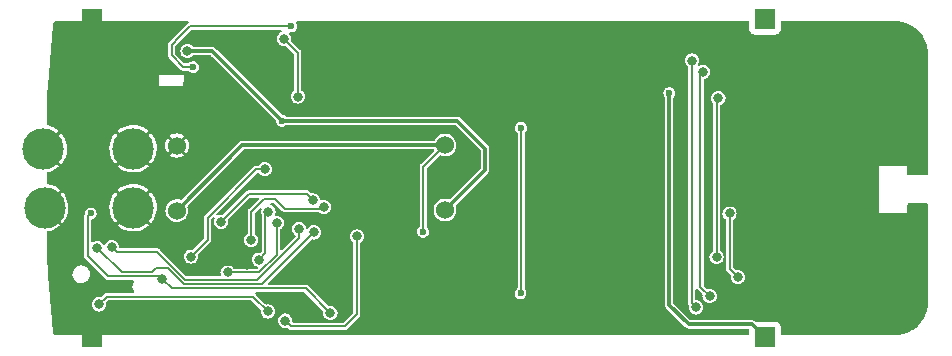
<source format=gbr>
%TF.GenerationSoftware,KiCad,Pcbnew,(6.0.0)*%
%TF.CreationDate,2022-01-25T09:42:25-07:00*%
%TF.ProjectId,SolarGPS,536f6c61-7247-4505-932e-6b696361645f,rev?*%
%TF.SameCoordinates,Original*%
%TF.FileFunction,Copper,L2,Bot*%
%TF.FilePolarity,Positive*%
%FSLAX46Y46*%
G04 Gerber Fmt 4.6, Leading zero omitted, Abs format (unit mm)*
G04 Created by KiCad (PCBNEW (6.0.0)) date 2022-01-25 09:42:25*
%MOMM*%
%LPD*%
G01*
G04 APERTURE LIST*
%TA.AperFunction,ComponentPad*%
%ADD10R,1.700000X1.700000*%
%TD*%
%TA.AperFunction,ComponentPad*%
%ADD11C,3.500000*%
%TD*%
%TA.AperFunction,ComponentPad*%
%ADD12C,1.524000*%
%TD*%
%TA.AperFunction,ViaPad*%
%ADD13C,0.800000*%
%TD*%
%TA.AperFunction,ViaPad*%
%ADD14C,0.600000*%
%TD*%
%TA.AperFunction,Conductor*%
%ADD15C,0.200000*%
%TD*%
%TA.AperFunction,Conductor*%
%ADD16C,0.300000*%
%TD*%
G04 APERTURE END LIST*
D10*
%TO.P,J2,1,Pin_1*%
%TO.N,Net-(D3-Pad2)*%
X110000000Y-50000000D03*
%TD*%
%TO.P,J5,1,Pin_1*%
%TO.N,Net-(D1-Pad2)*%
X110000000Y-77000000D03*
%TD*%
%TO.P,J6,1,Pin_1*%
%TO.N,GND*%
X53000000Y-77000000D03*
%TD*%
D11*
%TO.P,J7,1,Pin_1*%
%TO.N,GND*%
X48900000Y-61000000D03*
X56500000Y-66000000D03*
X49000000Y-66000000D03*
X56500000Y-61000000D03*
%TD*%
D10*
%TO.P,J3,1,Pin_1*%
%TO.N,GND*%
X53000000Y-50000000D03*
%TD*%
D12*
%TO.P,C17,1*%
%TO.N,VBATMID*%
X60200000Y-66250000D03*
%TO.P,C17,2*%
%TO.N,GND*%
X60200000Y-60750000D03*
%TD*%
%TO.P,C14,1*%
%TO.N,VBAT*%
X82900000Y-66200000D03*
%TO.P,C14,2*%
%TO.N,VBATMID*%
X82900000Y-60700000D03*
%TD*%
D13*
%TO.N,GND*%
X56150000Y-75800000D03*
X55200000Y-54350000D03*
X123350000Y-61450000D03*
X111600000Y-62800000D03*
X118750000Y-65200000D03*
X92650000Y-69650000D03*
X65450000Y-67050000D03*
X94200000Y-74400000D03*
X100250000Y-69850000D03*
X118700000Y-62600000D03*
X76850000Y-65050000D03*
X120200000Y-67450000D03*
X108700000Y-74100000D03*
X58700000Y-75200000D03*
X108800000Y-66850000D03*
X66150000Y-57150000D03*
X120400000Y-57800000D03*
X77500000Y-69800000D03*
X52450000Y-53150000D03*
X123250000Y-59050000D03*
X57950000Y-50900000D03*
X123300000Y-60200000D03*
X87500000Y-64650000D03*
X66100000Y-70852467D03*
X87350000Y-72300000D03*
X67200000Y-54050000D03*
X51500000Y-55850000D03*
X55050000Y-52800000D03*
X112050000Y-64500000D03*
X118750000Y-66300000D03*
X63000000Y-54950000D03*
X77050000Y-51600000D03*
X120550000Y-61400000D03*
X114400000Y-69150000D03*
X114650000Y-71850000D03*
X61650000Y-57900000D03*
X78800000Y-61750000D03*
X90600000Y-51550000D03*
X118800000Y-67450000D03*
X60000000Y-76250000D03*
X81600000Y-51550000D03*
X53000000Y-59050000D03*
X123150000Y-67400000D03*
X98950000Y-74200000D03*
X116700000Y-62450000D03*
X87750000Y-60650000D03*
X62050000Y-74800000D03*
X106600000Y-74150000D03*
X79350000Y-57550000D03*
X100400000Y-57850000D03*
X118700000Y-63750000D03*
X77900000Y-72500000D03*
X67900000Y-58900000D03*
X82650000Y-64000000D03*
X73750000Y-57600000D03*
X64050000Y-60250000D03*
X99700000Y-51450000D03*
X121800000Y-67450000D03*
X121650000Y-59050000D03*
%TO.N,VDD*%
X75450000Y-68450000D03*
X69375000Y-75575000D03*
X61400000Y-70150000D03*
X67650000Y-62750000D03*
%TO.N,VSTOR*%
X70450000Y-56600000D03*
X69250000Y-51700000D03*
%TO.N,GPS_EXINT*%
X106050000Y-56750000D03*
X105900000Y-70200000D03*
%TO.N,EXTCOMIN*%
X54700000Y-69350000D03*
X70550000Y-67800000D03*
%TO.N,GPS_UART_MOSI*%
X104750000Y-54500000D03*
X105308388Y-73510500D03*
%TO.N,GPS_UART_MISO*%
X104150000Y-74450000D03*
X103800000Y-53550000D03*
%TO.N,LED*%
X58919547Y-72015105D03*
D14*
X52900000Y-66500000D03*
D13*
X73200000Y-74950000D03*
%TO.N,VBAT*%
X61100000Y-52750000D03*
X107700000Y-71900000D03*
X107000000Y-66500000D03*
D14*
X69100000Y-58650000D03*
%TO.N,SOLAR_SENSE1*%
X89300000Y-73250000D03*
X89350000Y-59250000D03*
D13*
%TO.N,RESET*%
X53600000Y-74200000D03*
X67900000Y-74800000D03*
D14*
%TO.N,VBATMID*%
X81050000Y-68050000D03*
D13*
%TO.N,/SWDIO*%
X53450000Y-69400000D03*
X71800000Y-68100000D03*
%TO.N,SPI_MOSI*%
X67950000Y-66350000D03*
X67150000Y-70400000D03*
%TO.N,SPI_CLK*%
X68650000Y-67300000D03*
X64500000Y-71491967D03*
%TO.N,LIS_INT*%
X63950000Y-67200000D03*
X71750000Y-65400000D03*
%TO.N,LIS_CS*%
X72650000Y-65950000D03*
X66500000Y-68750000D03*
D14*
%TO.N,SOLAR+*%
X69900000Y-50650000D03*
X61600000Y-54100000D03*
%TO.N,Net-(D1-Pad2)*%
X101900000Y-56300000D03*
%TD*%
D15*
%TO.N,VDD*%
X62800000Y-68750000D02*
X62800000Y-66850000D01*
X62800000Y-66850000D02*
X66900000Y-62750000D01*
X69850000Y-76050000D02*
X74450000Y-76050000D01*
X66900000Y-62750000D02*
X67650000Y-62750000D01*
X74450000Y-76050000D02*
X75450000Y-75050000D01*
X61400000Y-70150000D02*
X62800000Y-68750000D01*
X75450000Y-75050000D02*
X75450000Y-68450000D01*
X69375000Y-75575000D02*
X69850000Y-76050000D01*
%TO.N,VSTOR*%
X69250000Y-51700000D02*
X70450000Y-52900000D01*
X70450000Y-52900000D02*
X70450000Y-56600000D01*
%TO.N,GPS_EXINT*%
X105900000Y-56900000D02*
X106050000Y-56750000D01*
X105900000Y-70200000D02*
X105900000Y-56900000D01*
%TO.N,EXTCOMIN*%
X60911609Y-72131467D02*
X66998674Y-72131467D01*
X58530142Y-69750000D02*
X60911609Y-72131467D01*
X70550000Y-68580141D02*
X70550000Y-67800000D01*
X66998674Y-72131467D02*
X70550000Y-68580141D01*
X54700000Y-69350000D02*
X55100000Y-69750000D01*
X55100000Y-69750000D02*
X58530142Y-69750000D01*
%TO.N,GPS_UART_MOSI*%
X104750000Y-54500000D02*
X104500000Y-54750000D01*
X104500000Y-72702112D02*
X105308388Y-73510500D01*
X104500000Y-54750000D02*
X104500000Y-72702112D01*
%TO.N,GPS_UART_MISO*%
X103800000Y-53550000D02*
X103800000Y-74100000D01*
X103800000Y-74100000D02*
X104150000Y-74450000D01*
%TO.N,LED*%
X73200000Y-74950000D02*
X71100000Y-72850000D01*
X59754442Y-72850000D02*
X58919547Y-72015105D01*
X52900000Y-66500000D02*
X52650000Y-66750000D01*
X52650000Y-66750000D02*
X52650000Y-70100000D01*
X54371179Y-71821179D02*
X58725621Y-71821179D01*
X58725621Y-71821179D02*
X58919547Y-72015105D01*
X52650000Y-70100000D02*
X54371179Y-71821179D01*
X71100000Y-72850000D02*
X59754442Y-72850000D01*
D16*
%TO.N,VBAT*%
X86300000Y-61000000D02*
X84550000Y-59250000D01*
D15*
X107000000Y-66500000D02*
X107000000Y-71200000D01*
D16*
X86300000Y-62800000D02*
X86300000Y-61000000D01*
X83950000Y-58650000D02*
X69100000Y-58650000D01*
D15*
X107000000Y-71200000D02*
X107700000Y-71900000D01*
D16*
X84550000Y-59250000D02*
X83950000Y-58650000D01*
X63200000Y-52750000D02*
X61100000Y-52750000D01*
X82900000Y-66200000D02*
X86300000Y-62800000D01*
X69100000Y-58650000D02*
X63200000Y-52750000D01*
D15*
%TO.N,SOLAR_SENSE1*%
X89350000Y-73200000D02*
X89300000Y-73250000D01*
X89350000Y-59250000D02*
X89350000Y-73200000D01*
%TO.N,RESET*%
X53600000Y-74200000D02*
X54250000Y-73550000D01*
X54250000Y-73550000D02*
X66650000Y-73550000D01*
X66650000Y-73550000D02*
X67900000Y-74800000D01*
D16*
%TO.N,VBATMID*%
X65750000Y-60700000D02*
X82900000Y-60700000D01*
X60200000Y-66250000D02*
X65750000Y-60700000D01*
D15*
X81050000Y-62550000D02*
X81050000Y-68050000D01*
X82900000Y-60700000D02*
X81050000Y-62550000D01*
%TO.N,/SWDIO*%
X71800000Y-68100000D02*
X67429022Y-72470978D01*
X60770978Y-72470978D02*
X59450000Y-71150000D01*
X67429022Y-72470978D02*
X60770978Y-72470978D01*
X58121179Y-71478821D02*
X55528821Y-71478821D01*
X55528821Y-71478821D02*
X53450000Y-69400000D01*
X59450000Y-71150000D02*
X58450000Y-71150000D01*
X58450000Y-71150000D02*
X58121179Y-71478821D01*
%TO.N,SPI_MOSI*%
X67700000Y-69850000D02*
X67150000Y-70400000D01*
X67700000Y-66600000D02*
X67700000Y-69850000D01*
X67950000Y-66350000D02*
X67700000Y-66600000D01*
%TO.N,SPI_CLK*%
X67158033Y-71491967D02*
X64500000Y-71491967D01*
X68650000Y-70000000D02*
X67158033Y-71491967D01*
X68650000Y-67300000D02*
X68650000Y-70000000D01*
%TO.N,LIS_INT*%
X66300000Y-64850000D02*
X63950000Y-67200000D01*
X71200000Y-64850000D02*
X66300000Y-64850000D01*
X71750000Y-65400000D02*
X71200000Y-64850000D01*
%TO.N,LIS_CS*%
X68550000Y-65300000D02*
X67550000Y-65300000D01*
X66500000Y-66350000D02*
X66500000Y-68750000D01*
X72500000Y-66100000D02*
X69350000Y-66100000D01*
X72650000Y-65950000D02*
X72500000Y-66100000D01*
X69350000Y-66100000D02*
X68550000Y-65300000D01*
X67550000Y-65300000D02*
X66500000Y-66350000D01*
%TO.N,SOLAR+*%
X61300000Y-50650000D02*
X69900000Y-50650000D01*
X59750000Y-53100000D02*
X59750000Y-52200000D01*
X61600000Y-54100000D02*
X60750000Y-54100000D01*
X59750000Y-52200000D02*
X60350000Y-51600000D01*
X60350000Y-51600000D02*
X61300000Y-50650000D01*
X60750000Y-54100000D02*
X59750000Y-53100000D01*
D16*
%TO.N,Net-(D1-Pad2)*%
X108900000Y-75900000D02*
X109825480Y-76825480D01*
X101900000Y-56300000D02*
X101900000Y-74250000D01*
X101900000Y-74250000D02*
X103550000Y-75900000D01*
X103550000Y-75900000D02*
X108900000Y-75900000D01*
%TD*%
%TA.AperFunction,Conductor*%
%TO.N,GND*%
G36*
X61163022Y-50218907D02*
G01*
X61198986Y-50268407D01*
X61198986Y-50329593D01*
X61163022Y-50379093D01*
X61143914Y-50389959D01*
X61129937Y-50395964D01*
X61125051Y-50399978D01*
X61120687Y-50404342D01*
X61102632Y-50418613D01*
X61094652Y-50423532D01*
X61076982Y-50446769D01*
X61068190Y-50456839D01*
X59575349Y-51949680D01*
X59572220Y-51952380D01*
X59567731Y-51954575D01*
X59561513Y-51961278D01*
X59534107Y-51990822D01*
X59531531Y-51993498D01*
X59517752Y-52007277D01*
X59515207Y-52010987D01*
X59511771Y-52014900D01*
X59491599Y-52036646D01*
X59488212Y-52045134D01*
X59488212Y-52045135D01*
X59487334Y-52047336D01*
X59477020Y-52066652D01*
X59475679Y-52068607D01*
X59475678Y-52068610D01*
X59470508Y-52076146D01*
X59468398Y-52085038D01*
X59464359Y-52102058D01*
X59459986Y-52115884D01*
X59452706Y-52134132D01*
X59450117Y-52140622D01*
X59449500Y-52146915D01*
X59449500Y-52153084D01*
X59446825Y-52175943D01*
X59444660Y-52185066D01*
X59448596Y-52213987D01*
X59449500Y-52227337D01*
X59449500Y-53046492D01*
X59449197Y-53050617D01*
X59447575Y-53055342D01*
X59447918Y-53064476D01*
X59449430Y-53104761D01*
X59449500Y-53108474D01*
X59449500Y-53127948D01*
X59450325Y-53132378D01*
X59450661Y-53137571D01*
X59451774Y-53167208D01*
X59455380Y-53175602D01*
X59455381Y-53175605D01*
X59456317Y-53177783D01*
X59462683Y-53198734D01*
X59464791Y-53210053D01*
X59469588Y-53217835D01*
X59478768Y-53232728D01*
X59485451Y-53245595D01*
X59495964Y-53270063D01*
X59499978Y-53274949D01*
X59504342Y-53279313D01*
X59518613Y-53297368D01*
X59523532Y-53305348D01*
X59546769Y-53323018D01*
X59556839Y-53331810D01*
X60499680Y-54274651D01*
X60502380Y-54277780D01*
X60504575Y-54282269D01*
X60511278Y-54288487D01*
X60540822Y-54315893D01*
X60543498Y-54318469D01*
X60557277Y-54332248D01*
X60560987Y-54334793D01*
X60564900Y-54338229D01*
X60586646Y-54358401D01*
X60595132Y-54361787D01*
X60595134Y-54361788D01*
X60597337Y-54362667D01*
X60616648Y-54372978D01*
X60618607Y-54374322D01*
X60618610Y-54374323D01*
X60626146Y-54379493D01*
X60635038Y-54381603D01*
X60635040Y-54381604D01*
X60652066Y-54385644D01*
X60665885Y-54390014D01*
X60690622Y-54399883D01*
X60696915Y-54400500D01*
X60703085Y-54400500D01*
X60725941Y-54403175D01*
X60735066Y-54405340D01*
X60763988Y-54401404D01*
X60777337Y-54400500D01*
X61152597Y-54400500D01*
X61210788Y-54419407D01*
X61228380Y-54435798D01*
X61258431Y-54471549D01*
X61258434Y-54471551D01*
X61262970Y-54476948D01*
X61268841Y-54480856D01*
X61268842Y-54480857D01*
X61281143Y-54489045D01*
X61382313Y-54556390D01*
X61482920Y-54587821D01*
X61512425Y-54597039D01*
X61512426Y-54597039D01*
X61519157Y-54599142D01*
X61590828Y-54600456D01*
X61655445Y-54601641D01*
X61655447Y-54601641D01*
X61662499Y-54601770D01*
X61669302Y-54599915D01*
X61669304Y-54599915D01*
X61744503Y-54579413D01*
X61800817Y-54564060D01*
X61922991Y-54489045D01*
X61930403Y-54480857D01*
X62014468Y-54387982D01*
X62019200Y-54382754D01*
X62081710Y-54253733D01*
X62091229Y-54197159D01*
X62104862Y-54116124D01*
X62104862Y-54116120D01*
X62105496Y-54112354D01*
X62105647Y-54100000D01*
X62085323Y-53958082D01*
X62025984Y-53827572D01*
X61932400Y-53718963D01*
X61812095Y-53640985D01*
X61674739Y-53599907D01*
X61591497Y-53599398D01*
X61538427Y-53599074D01*
X61538426Y-53599074D01*
X61531376Y-53599031D01*
X61524599Y-53600968D01*
X61524598Y-53600968D01*
X61400309Y-53636490D01*
X61400307Y-53636491D01*
X61393529Y-53638428D01*
X61272280Y-53714930D01*
X61267613Y-53720214D01*
X61267611Y-53720216D01*
X61227147Y-53766034D01*
X61174455Y-53797134D01*
X61152943Y-53799500D01*
X60915480Y-53799500D01*
X60857289Y-53780593D01*
X60845476Y-53770504D01*
X60079496Y-53004525D01*
X60051719Y-52950008D01*
X60050500Y-52934521D01*
X60050500Y-52750000D01*
X60494318Y-52750000D01*
X60514956Y-52906762D01*
X60575464Y-53052841D01*
X60671718Y-53178282D01*
X60797159Y-53274536D01*
X60943238Y-53335044D01*
X61100000Y-53355682D01*
X61256762Y-53335044D01*
X61402841Y-53274536D01*
X61528282Y-53178282D01*
X61558246Y-53139233D01*
X61608669Y-53104577D01*
X61636787Y-53100500D01*
X63013810Y-53100500D01*
X63072001Y-53119407D01*
X63083814Y-53129496D01*
X68570031Y-58615713D01*
X68598191Y-58672880D01*
X68612980Y-58785979D01*
X68615821Y-58792435D01*
X68615821Y-58792436D01*
X68647806Y-58865126D01*
X68670720Y-58917203D01*
X68684525Y-58933626D01*
X68758431Y-59021549D01*
X68758434Y-59021551D01*
X68762970Y-59026948D01*
X68882313Y-59106390D01*
X68982920Y-59137821D01*
X69012425Y-59147039D01*
X69012426Y-59147039D01*
X69019157Y-59149142D01*
X69090828Y-59150456D01*
X69155445Y-59151641D01*
X69155447Y-59151641D01*
X69162499Y-59151770D01*
X69169302Y-59149915D01*
X69169304Y-59149915D01*
X69244503Y-59129413D01*
X69300817Y-59114060D01*
X69422991Y-59039045D01*
X69427723Y-59033817D01*
X69427728Y-59033813D01*
X69428407Y-59033062D01*
X69429134Y-59032645D01*
X69433151Y-59029310D01*
X69433730Y-59030007D01*
X69481476Y-59002609D01*
X69501803Y-59000500D01*
X83763810Y-59000500D01*
X83822001Y-59019407D01*
X83833814Y-59029496D01*
X85920504Y-61116186D01*
X85948281Y-61170703D01*
X85949500Y-61186190D01*
X85949500Y-62613810D01*
X85930593Y-62672001D01*
X85920504Y-62683814D01*
X83333141Y-65271177D01*
X83278624Y-65298954D01*
X83233865Y-65295746D01*
X83094474Y-65252597D01*
X83082524Y-65251341D01*
X82911568Y-65233373D01*
X82911566Y-65233373D01*
X82906752Y-65232867D01*
X82858689Y-65237241D01*
X82723592Y-65249535D01*
X82723588Y-65249536D01*
X82718773Y-65249974D01*
X82667764Y-65264987D01*
X82542344Y-65301900D01*
X82542341Y-65301901D01*
X82537697Y-65303268D01*
X82533403Y-65305513D01*
X82374717Y-65388471D01*
X82374713Y-65388474D01*
X82370420Y-65390718D01*
X82366644Y-65393754D01*
X82366641Y-65393756D01*
X82305526Y-65442894D01*
X82223316Y-65508993D01*
X82220207Y-65512698D01*
X82220204Y-65512701D01*
X82105103Y-65649873D01*
X82101986Y-65653588D01*
X82099650Y-65657836D01*
X82099650Y-65657837D01*
X82081016Y-65691732D01*
X82011052Y-65818996D01*
X81953978Y-65998917D01*
X81947894Y-66053154D01*
X81934836Y-66169571D01*
X81932937Y-66186496D01*
X81938005Y-66246846D01*
X81947842Y-66363987D01*
X81948732Y-66374590D01*
X81950065Y-66379238D01*
X81950065Y-66379239D01*
X81995662Y-66538254D01*
X82000760Y-66556034D01*
X82002975Y-66560344D01*
X82084827Y-66719612D01*
X82084830Y-66719616D01*
X82087040Y-66723917D01*
X82204285Y-66871844D01*
X82207972Y-66874982D01*
X82207974Y-66874984D01*
X82344342Y-66991042D01*
X82344347Y-66991045D01*
X82348030Y-66994180D01*
X82352253Y-66996540D01*
X82352257Y-66996543D01*
X82472274Y-67063618D01*
X82512800Y-67086267D01*
X82553592Y-67099521D01*
X82687718Y-67143101D01*
X82687721Y-67143102D01*
X82692317Y-67144595D01*
X82697113Y-67145167D01*
X82697118Y-67145168D01*
X82786031Y-67155770D01*
X82879745Y-67166945D01*
X82884567Y-67166574D01*
X82884570Y-67166574D01*
X82946278Y-67161826D01*
X83067945Y-67152464D01*
X83249748Y-67101703D01*
X83418229Y-67016598D01*
X83566970Y-66900388D01*
X83570132Y-66896725D01*
X83570137Y-66896720D01*
X83656386Y-66796799D01*
X83690307Y-66757501D01*
X83697908Y-66744122D01*
X83781153Y-66597584D01*
X83781154Y-66597581D01*
X83783542Y-66593378D01*
X83785782Y-66586646D01*
X83841596Y-66418863D01*
X83841596Y-66418861D01*
X83843123Y-66414272D01*
X83843840Y-66408601D01*
X83860464Y-66277005D01*
X83866780Y-66227005D01*
X83866845Y-66222388D01*
X83867051Y-66207570D01*
X83867157Y-66200000D01*
X83854579Y-66071718D01*
X83849210Y-66016955D01*
X83849209Y-66016951D01*
X83848738Y-66012145D01*
X83804362Y-65865166D01*
X83805644Y-65803996D01*
X83829133Y-65766549D01*
X86513937Y-63081745D01*
X86530240Y-63068580D01*
X86532274Y-63067267D01*
X86532278Y-63067264D01*
X86539152Y-63062825D01*
X86558985Y-63037668D01*
X86562899Y-63033263D01*
X86562898Y-63033262D01*
X86565551Y-63030131D01*
X86568428Y-63027254D01*
X86579044Y-63012399D01*
X86581835Y-63008681D01*
X86583313Y-63006807D01*
X86611392Y-62971189D01*
X86613958Y-62963882D01*
X86614605Y-62962637D01*
X86619111Y-62956331D01*
X86632792Y-62910585D01*
X86634233Y-62906149D01*
X86647993Y-62866967D01*
X86647994Y-62866964D01*
X86650055Y-62861094D01*
X86650500Y-62855956D01*
X86650500Y-62853818D01*
X86650574Y-62852099D01*
X86650689Y-62850738D01*
X86652544Y-62844536D01*
X86650576Y-62794446D01*
X86650500Y-62790559D01*
X86650500Y-61047953D01*
X86652718Y-61027115D01*
X86653230Y-61024739D01*
X86653230Y-61024738D01*
X86654952Y-61016740D01*
X86651186Y-60984923D01*
X86650839Y-60979043D01*
X86650837Y-60979043D01*
X86650500Y-60974967D01*
X86650500Y-60970885D01*
X86647505Y-60952892D01*
X86646850Y-60948290D01*
X86644463Y-60928130D01*
X86641236Y-60900862D01*
X86637882Y-60893877D01*
X86637461Y-60892546D01*
X86636188Y-60884897D01*
X86613495Y-60842840D01*
X86611395Y-60838717D01*
X86593420Y-60801283D01*
X86593418Y-60801279D01*
X86590726Y-60795674D01*
X86587408Y-60791726D01*
X86585900Y-60790218D01*
X86584718Y-60788929D01*
X86583852Y-60787903D01*
X86580778Y-60782206D01*
X86574773Y-60776655D01*
X86574769Y-60776650D01*
X86543982Y-60748191D01*
X86541179Y-60745497D01*
X84231745Y-58436063D01*
X84218580Y-58419760D01*
X84217267Y-58417726D01*
X84217264Y-58417722D01*
X84212825Y-58410848D01*
X84187668Y-58391015D01*
X84183263Y-58387101D01*
X84183262Y-58387102D01*
X84180131Y-58384449D01*
X84177254Y-58381572D01*
X84162399Y-58370956D01*
X84158681Y-58368165D01*
X84127614Y-58343673D01*
X84127613Y-58343673D01*
X84121189Y-58338608D01*
X84113882Y-58336042D01*
X84112637Y-58335395D01*
X84106331Y-58330889D01*
X84074542Y-58321382D01*
X84060585Y-58317208D01*
X84056149Y-58315767D01*
X84016967Y-58302007D01*
X84016964Y-58302006D01*
X84011094Y-58299945D01*
X84005956Y-58299500D01*
X84003818Y-58299500D01*
X84002099Y-58299426D01*
X84000738Y-58299311D01*
X83994536Y-58297456D01*
X83986365Y-58297777D01*
X83944446Y-58299424D01*
X83940559Y-58299500D01*
X69502997Y-58299500D01*
X69444806Y-58280593D01*
X69437917Y-58275103D01*
X69437006Y-58274308D01*
X69432400Y-58268963D01*
X69312095Y-58190985D01*
X69174739Y-58149907D01*
X69135756Y-58149669D01*
X69077682Y-58130407D01*
X69066357Y-58120675D01*
X63481745Y-52536063D01*
X63468580Y-52519760D01*
X63467267Y-52517726D01*
X63467264Y-52517722D01*
X63462825Y-52510848D01*
X63437668Y-52491015D01*
X63433263Y-52487101D01*
X63433262Y-52487102D01*
X63430131Y-52484449D01*
X63427254Y-52481572D01*
X63412399Y-52470956D01*
X63408681Y-52468165D01*
X63377614Y-52443673D01*
X63377613Y-52443673D01*
X63371189Y-52438608D01*
X63363882Y-52436042D01*
X63362637Y-52435395D01*
X63356331Y-52430889D01*
X63324542Y-52421382D01*
X63310585Y-52417208D01*
X63306149Y-52415767D01*
X63266967Y-52402007D01*
X63266964Y-52402006D01*
X63261094Y-52399945D01*
X63255956Y-52399500D01*
X63253818Y-52399500D01*
X63252099Y-52399426D01*
X63250738Y-52399311D01*
X63244536Y-52397456D01*
X63236365Y-52397777D01*
X63194446Y-52399424D01*
X63190559Y-52399500D01*
X61636787Y-52399500D01*
X61578596Y-52380593D01*
X61558245Y-52360767D01*
X61532236Y-52326871D01*
X61528282Y-52321718D01*
X61402841Y-52225464D01*
X61256762Y-52164956D01*
X61100000Y-52144318D01*
X60943238Y-52164956D01*
X60797159Y-52225464D01*
X60671718Y-52321718D01*
X60575464Y-52447159D01*
X60514956Y-52593238D01*
X60494318Y-52750000D01*
X60050500Y-52750000D01*
X60050500Y-52365479D01*
X60069407Y-52307288D01*
X60079496Y-52295475D01*
X61395475Y-50979496D01*
X61449992Y-50951719D01*
X61465479Y-50950500D01*
X68992563Y-50950500D01*
X69050754Y-50969407D01*
X69086718Y-51018907D01*
X69086718Y-51080093D01*
X69050754Y-51129593D01*
X69030449Y-51140964D01*
X69015785Y-51147038D01*
X68947159Y-51175464D01*
X68821718Y-51271718D01*
X68725464Y-51397159D01*
X68664956Y-51543238D01*
X68644318Y-51700000D01*
X68664956Y-51856762D01*
X68725464Y-52002841D01*
X68821718Y-52128282D01*
X68947159Y-52224536D01*
X69093238Y-52285044D01*
X69250000Y-52305682D01*
X69361284Y-52291031D01*
X69421443Y-52302181D01*
X69444209Y-52319180D01*
X70120504Y-52995476D01*
X70148281Y-53049993D01*
X70149500Y-53065480D01*
X70149500Y-56024846D01*
X70130593Y-56083037D01*
X70110769Y-56103387D01*
X70021718Y-56171718D01*
X69925464Y-56297159D01*
X69864956Y-56443238D01*
X69844318Y-56600000D01*
X69864956Y-56756762D01*
X69925464Y-56902841D01*
X70021718Y-57028282D01*
X70147159Y-57124536D01*
X70293238Y-57185044D01*
X70450000Y-57205682D01*
X70606762Y-57185044D01*
X70752841Y-57124536D01*
X70878282Y-57028282D01*
X70974536Y-56902841D01*
X71035044Y-56756762D01*
X71055682Y-56600000D01*
X71035044Y-56443238D01*
X70974536Y-56297159D01*
X70878282Y-56171718D01*
X70789232Y-56103387D01*
X70754577Y-56052963D01*
X70750500Y-56024846D01*
X70750500Y-53550000D01*
X103194318Y-53550000D01*
X103214956Y-53706762D01*
X103275464Y-53852841D01*
X103371718Y-53978282D01*
X103460768Y-54046612D01*
X103495423Y-54097037D01*
X103499500Y-54125154D01*
X103499500Y-74046492D01*
X103499197Y-74050617D01*
X103497575Y-74055342D01*
X103497918Y-74064476D01*
X103499430Y-74104761D01*
X103499500Y-74108474D01*
X103499500Y-74127948D01*
X103500325Y-74132378D01*
X103500661Y-74137571D01*
X103501774Y-74167208D01*
X103505380Y-74175602D01*
X103505381Y-74175605D01*
X103506317Y-74177783D01*
X103512683Y-74198734D01*
X103514791Y-74210053D01*
X103519588Y-74217835D01*
X103528768Y-74232728D01*
X103535451Y-74245595D01*
X103545964Y-74270063D01*
X103546665Y-74270916D01*
X103559738Y-74332875D01*
X103544318Y-74450000D01*
X103545165Y-74456434D01*
X103545834Y-74461517D01*
X103564956Y-74606762D01*
X103625464Y-74752841D01*
X103721718Y-74878282D01*
X103847159Y-74974536D01*
X103993238Y-75035044D01*
X104150000Y-75055682D01*
X104306762Y-75035044D01*
X104452841Y-74974536D01*
X104578282Y-74878282D01*
X104674536Y-74752841D01*
X104735044Y-74606762D01*
X104754166Y-74461517D01*
X104754835Y-74456434D01*
X104755682Y-74450000D01*
X104735044Y-74293238D01*
X104674536Y-74147159D01*
X104578282Y-74021718D01*
X104452841Y-73925464D01*
X104306762Y-73864956D01*
X104186577Y-73849133D01*
X104131353Y-73822793D01*
X104102158Y-73769023D01*
X104100500Y-73750981D01*
X104100500Y-72970705D01*
X104119407Y-72912514D01*
X104168907Y-72876550D01*
X104230093Y-72876550D01*
X104270654Y-72902791D01*
X104273532Y-72907460D01*
X104296769Y-72925130D01*
X104306839Y-72933922D01*
X104689208Y-73316291D01*
X104716985Y-73370808D01*
X104717357Y-73399214D01*
X104702706Y-73510500D01*
X104723344Y-73667262D01*
X104783852Y-73813341D01*
X104880106Y-73938782D01*
X105005547Y-74035036D01*
X105151626Y-74095544D01*
X105308388Y-74116182D01*
X105465150Y-74095544D01*
X105611229Y-74035036D01*
X105736670Y-73938782D01*
X105832924Y-73813341D01*
X105893432Y-73667262D01*
X105914070Y-73510500D01*
X105893432Y-73353738D01*
X105832924Y-73207659D01*
X105736670Y-73082218D01*
X105611229Y-72985964D01*
X105465150Y-72925456D01*
X105308388Y-72904818D01*
X105197104Y-72919469D01*
X105136945Y-72908319D01*
X105114179Y-72891320D01*
X104829496Y-72606637D01*
X104801719Y-72552120D01*
X104800500Y-72536633D01*
X104800500Y-70200000D01*
X105294318Y-70200000D01*
X105314956Y-70356762D01*
X105375464Y-70502841D01*
X105471718Y-70628282D01*
X105597159Y-70724536D01*
X105743238Y-70785044D01*
X105900000Y-70805682D01*
X106056762Y-70785044D01*
X106202841Y-70724536D01*
X106328282Y-70628282D01*
X106424536Y-70502841D01*
X106485044Y-70356762D01*
X106502347Y-70225332D01*
X106513353Y-70202257D01*
X106502347Y-70174668D01*
X106493389Y-70106626D01*
X106485044Y-70043238D01*
X106424536Y-69897159D01*
X106328282Y-69771718D01*
X106239232Y-69703387D01*
X106204577Y-69652963D01*
X106200500Y-69624846D01*
X106200500Y-66538254D01*
X106211406Y-66504689D01*
X106209642Y-66497743D01*
X106386647Y-66497743D01*
X106397653Y-66525332D01*
X106414956Y-66656762D01*
X106417440Y-66662759D01*
X106418734Y-66665884D01*
X106475464Y-66802841D01*
X106571718Y-66928282D01*
X106660678Y-66996543D01*
X106660768Y-66996612D01*
X106695423Y-67047037D01*
X106699500Y-67075154D01*
X106699500Y-70161746D01*
X106688594Y-70195311D01*
X106699500Y-70238254D01*
X106699500Y-71146492D01*
X106699197Y-71150617D01*
X106697575Y-71155342D01*
X106699259Y-71200207D01*
X106699430Y-71204761D01*
X106699500Y-71208474D01*
X106699500Y-71227948D01*
X106700325Y-71232378D01*
X106700661Y-71237571D01*
X106701774Y-71267208D01*
X106705380Y-71275602D01*
X106705381Y-71275605D01*
X106706317Y-71277783D01*
X106712683Y-71298734D01*
X106714791Y-71310053D01*
X106719588Y-71317835D01*
X106728768Y-71332728D01*
X106735451Y-71345595D01*
X106745964Y-71370063D01*
X106749978Y-71374949D01*
X106754342Y-71379313D01*
X106768613Y-71397368D01*
X106773532Y-71405348D01*
X106796769Y-71423018D01*
X106806839Y-71431810D01*
X107080820Y-71705791D01*
X107108597Y-71760308D01*
X107108969Y-71788714D01*
X107094318Y-71900000D01*
X107114956Y-72056762D01*
X107175464Y-72202841D01*
X107271718Y-72328282D01*
X107397159Y-72424536D01*
X107543238Y-72485044D01*
X107700000Y-72505682D01*
X107856762Y-72485044D01*
X108002841Y-72424536D01*
X108128282Y-72328282D01*
X108224536Y-72202841D01*
X108285044Y-72056762D01*
X108305682Y-71900000D01*
X108285044Y-71743238D01*
X108224536Y-71597159D01*
X108128282Y-71471718D01*
X108002841Y-71375464D01*
X107856762Y-71314956D01*
X107700000Y-71294318D01*
X107588716Y-71308969D01*
X107528557Y-71297819D01*
X107505791Y-71280820D01*
X107329496Y-71104525D01*
X107301719Y-71050008D01*
X107300500Y-71034521D01*
X107300500Y-67075154D01*
X107319407Y-67016963D01*
X107339232Y-66996612D01*
X107339322Y-66996543D01*
X107428282Y-66928282D01*
X107524536Y-66802841D01*
X107581266Y-66665884D01*
X107582560Y-66662759D01*
X107585044Y-66656762D01*
X107605682Y-66500000D01*
X107585044Y-66343238D01*
X107524536Y-66197159D01*
X107428282Y-66071718D01*
X107302841Y-65975464D01*
X107156762Y-65914956D01*
X107000000Y-65894318D01*
X106843238Y-65914956D01*
X106697159Y-65975464D01*
X106571718Y-66071718D01*
X106475464Y-66197159D01*
X106414956Y-66343238D01*
X106406780Y-66405340D01*
X106397653Y-66474668D01*
X106386647Y-66497743D01*
X106209642Y-66497743D01*
X106200500Y-66461746D01*
X106200500Y-57403788D01*
X106219407Y-57345597D01*
X106261614Y-57312324D01*
X106320492Y-57287935D01*
X106352841Y-57274536D01*
X106478282Y-57178282D01*
X106574536Y-57052841D01*
X106635044Y-56906762D01*
X106655682Y-56750000D01*
X106635044Y-56593238D01*
X106574536Y-56447159D01*
X106478282Y-56321718D01*
X106352841Y-56225464D01*
X106206762Y-56164956D01*
X106050000Y-56144318D01*
X105893238Y-56164956D01*
X105747159Y-56225464D01*
X105621718Y-56321718D01*
X105525464Y-56447159D01*
X105464956Y-56593238D01*
X105444318Y-56750000D01*
X105464956Y-56906762D01*
X105525464Y-57052841D01*
X105529415Y-57057990D01*
X105579042Y-57122666D01*
X105599500Y-57182933D01*
X105599500Y-69624846D01*
X105580593Y-69683037D01*
X105560769Y-69703387D01*
X105471718Y-69771718D01*
X105375464Y-69897159D01*
X105314956Y-70043238D01*
X105294318Y-70200000D01*
X104800500Y-70200000D01*
X104800500Y-55185854D01*
X104819407Y-55127663D01*
X104868907Y-55091699D01*
X104886577Y-55087701D01*
X104906762Y-55085044D01*
X105052841Y-55024536D01*
X105178282Y-54928282D01*
X105274536Y-54802841D01*
X105335044Y-54656762D01*
X105355682Y-54500000D01*
X105335044Y-54343238D01*
X105274536Y-54197159D01*
X105178282Y-54071718D01*
X105052841Y-53975464D01*
X104906762Y-53914956D01*
X104750000Y-53894318D01*
X104593238Y-53914956D01*
X104587241Y-53917440D01*
X104458643Y-53970707D01*
X104397646Y-53975508D01*
X104345477Y-53943538D01*
X104322062Y-53887010D01*
X104329293Y-53841357D01*
X104382560Y-53712759D01*
X104385044Y-53706762D01*
X104405682Y-53550000D01*
X104385044Y-53393238D01*
X104324536Y-53247159D01*
X104228282Y-53121718D01*
X104102841Y-53025464D01*
X103956762Y-52964956D01*
X103800000Y-52944318D01*
X103643238Y-52964956D01*
X103497159Y-53025464D01*
X103371718Y-53121718D01*
X103275464Y-53247159D01*
X103214956Y-53393238D01*
X103194318Y-53550000D01*
X70750500Y-53550000D01*
X70750500Y-52953508D01*
X70750803Y-52949383D01*
X70752425Y-52944658D01*
X70750570Y-52895238D01*
X70750500Y-52891525D01*
X70750500Y-52872052D01*
X70749675Y-52867622D01*
X70749338Y-52862417D01*
X70748569Y-52841926D01*
X70748226Y-52832791D01*
X70743681Y-52822212D01*
X70737317Y-52801263D01*
X70736884Y-52798936D01*
X70736882Y-52798931D01*
X70735209Y-52789947D01*
X70721232Y-52767271D01*
X70714548Y-52754404D01*
X70706795Y-52736358D01*
X70706794Y-52736357D01*
X70704036Y-52729937D01*
X70700022Y-52725051D01*
X70695658Y-52720687D01*
X70681387Y-52702632D01*
X70681264Y-52702433D01*
X70676468Y-52694652D01*
X70653231Y-52676982D01*
X70643161Y-52668190D01*
X69869180Y-51894209D01*
X69841403Y-51839692D01*
X69841031Y-51811283D01*
X69854835Y-51706433D01*
X69855682Y-51700000D01*
X69835044Y-51543238D01*
X69774536Y-51397159D01*
X69763192Y-51382375D01*
X69700422Y-51300571D01*
X69679998Y-51242895D01*
X69697376Y-51184229D01*
X69745917Y-51146982D01*
X69808488Y-51145809D01*
X69819157Y-51149142D01*
X69890828Y-51150456D01*
X69955445Y-51151641D01*
X69955447Y-51151641D01*
X69962499Y-51151770D01*
X69969302Y-51149915D01*
X69969304Y-51149915D01*
X70091845Y-51116506D01*
X70100817Y-51114060D01*
X70222991Y-51039045D01*
X70236386Y-51024247D01*
X70314468Y-50937982D01*
X70319200Y-50932754D01*
X70381710Y-50803733D01*
X70405496Y-50662354D01*
X70405647Y-50650000D01*
X70385323Y-50508082D01*
X70356793Y-50445334D01*
X70328905Y-50383996D01*
X70328904Y-50383995D01*
X70325984Y-50377572D01*
X70313963Y-50363621D01*
X70290304Y-50307197D01*
X70304328Y-50247641D01*
X70350680Y-50207702D01*
X70388964Y-50200000D01*
X108550501Y-50200000D01*
X108608692Y-50218907D01*
X108644656Y-50268407D01*
X108649501Y-50299000D01*
X108649501Y-50897376D01*
X108649790Y-50900035D01*
X108649790Y-50900038D01*
X108655404Y-50951719D01*
X108656149Y-50958580D01*
X108658330Y-50964397D01*
X108687698Y-51042737D01*
X108706474Y-51092824D01*
X108792454Y-51207546D01*
X108907176Y-51293526D01*
X108913782Y-51296003D01*
X108913785Y-51296004D01*
X108965683Y-51315459D01*
X109041420Y-51343851D01*
X109102623Y-51350500D01*
X109999664Y-51350500D01*
X110897376Y-51350499D01*
X110900035Y-51350210D01*
X110900038Y-51350210D01*
X110952405Y-51344522D01*
X110952407Y-51344522D01*
X110958580Y-51343851D01*
X111017678Y-51321697D01*
X111086215Y-51296004D01*
X111086218Y-51296003D01*
X111092824Y-51293526D01*
X111207546Y-51207546D01*
X111293526Y-51092824D01*
X111312303Y-51042737D01*
X111341670Y-50964397D01*
X111343851Y-50958580D01*
X111350500Y-50897377D01*
X111350500Y-50299000D01*
X111369407Y-50240809D01*
X111418907Y-50204845D01*
X111449500Y-50200000D01*
X120966040Y-50200000D01*
X120988227Y-50202518D01*
X120988778Y-50202645D01*
X120988779Y-50202645D01*
X120999642Y-50205143D01*
X121010515Y-50202683D01*
X121020797Y-50202701D01*
X121031781Y-50201785D01*
X121307954Y-50217295D01*
X121318976Y-50218536D01*
X121506865Y-50250460D01*
X121617572Y-50269270D01*
X121628396Y-50271740D01*
X121675801Y-50285397D01*
X121919445Y-50355590D01*
X121929918Y-50359255D01*
X122209739Y-50475160D01*
X122219736Y-50479974D01*
X122283230Y-50515066D01*
X122484821Y-50626482D01*
X122494221Y-50632388D01*
X122741236Y-50807654D01*
X122749916Y-50814576D01*
X122975753Y-51016396D01*
X122983604Y-51024247D01*
X123179000Y-51242895D01*
X123185424Y-51250084D01*
X123192344Y-51258761D01*
X123251171Y-51341670D01*
X123367612Y-51505779D01*
X123373518Y-51515179D01*
X123479222Y-51706434D01*
X123520023Y-51780258D01*
X123524840Y-51790261D01*
X123640745Y-52070082D01*
X123644410Y-52080555D01*
X123687296Y-52229415D01*
X123728260Y-52371604D01*
X123730730Y-52382428D01*
X123739601Y-52434637D01*
X123780779Y-52676991D01*
X123781463Y-52681019D01*
X123782705Y-52692046D01*
X123796379Y-52935524D01*
X123798186Y-52967701D01*
X123797341Y-52977630D01*
X123797375Y-52977630D01*
X123797355Y-52988777D01*
X123794857Y-52999642D01*
X123797317Y-53010514D01*
X123797317Y-53010516D01*
X123797559Y-53011583D01*
X123800000Y-53033432D01*
X123800000Y-63151000D01*
X123781093Y-63209191D01*
X123731593Y-63245155D01*
X123701000Y-63250000D01*
X122099000Y-63250000D01*
X122040809Y-63231093D01*
X122004845Y-63181593D01*
X122000000Y-63151000D01*
X122000000Y-62450000D01*
X119650000Y-62450000D01*
X119650000Y-66450000D01*
X122050000Y-66450000D01*
X122050000Y-65749000D01*
X122068907Y-65690809D01*
X122118407Y-65654845D01*
X122149000Y-65650000D01*
X123701000Y-65650000D01*
X123759191Y-65668907D01*
X123795155Y-65718407D01*
X123800000Y-65749000D01*
X123800000Y-73966040D01*
X123797482Y-73988227D01*
X123794857Y-73999642D01*
X123797317Y-74010515D01*
X123797299Y-74020797D01*
X123798215Y-74031781D01*
X123783055Y-74301738D01*
X123782706Y-74307949D01*
X123781464Y-74318976D01*
X123763371Y-74425464D01*
X123730730Y-74617572D01*
X123728260Y-74628396D01*
X123722130Y-74649674D01*
X123680676Y-74793566D01*
X123644412Y-74919440D01*
X123640745Y-74929918D01*
X123524840Y-75209739D01*
X123520026Y-75219736D01*
X123435248Y-75373129D01*
X123373518Y-75484821D01*
X123367612Y-75494221D01*
X123328442Y-75549426D01*
X123194221Y-75738594D01*
X123192346Y-75741236D01*
X123185426Y-75749914D01*
X123147410Y-75792454D01*
X122983604Y-75975753D01*
X122975753Y-75983604D01*
X122953733Y-76003282D01*
X122757069Y-76179032D01*
X122749916Y-76185424D01*
X122741239Y-76192344D01*
X122659168Y-76250576D01*
X122494221Y-76367612D01*
X122484821Y-76373518D01*
X122219736Y-76520026D01*
X122209739Y-76524840D01*
X121929918Y-76640745D01*
X121919445Y-76644410D01*
X121757246Y-76691139D01*
X121628396Y-76728260D01*
X121617572Y-76730730D01*
X121612493Y-76731593D01*
X121318976Y-76781464D01*
X121307954Y-76782705D01*
X121032297Y-76798186D01*
X121022370Y-76797341D01*
X121022370Y-76797375D01*
X121011223Y-76797355D01*
X121000358Y-76794857D01*
X120989486Y-76797317D01*
X120989484Y-76797317D01*
X120988417Y-76797559D01*
X120966568Y-76800000D01*
X111449499Y-76800000D01*
X111391308Y-76781093D01*
X111355344Y-76731593D01*
X111350499Y-76701000D01*
X111350499Y-76102624D01*
X111350164Y-76099536D01*
X111344522Y-76047595D01*
X111344522Y-76047593D01*
X111343851Y-76041420D01*
X111293526Y-75907176D01*
X111207546Y-75792454D01*
X111092824Y-75706474D01*
X111086218Y-75703997D01*
X111086215Y-75703996D01*
X111025119Y-75681093D01*
X110958580Y-75656149D01*
X110897377Y-75649500D01*
X110775304Y-75649500D01*
X109184081Y-75649501D01*
X109126523Y-75631049D01*
X109112414Y-75620967D01*
X109108681Y-75618165D01*
X109077614Y-75593673D01*
X109077613Y-75593673D01*
X109071189Y-75588608D01*
X109063882Y-75586042D01*
X109062637Y-75585395D01*
X109056331Y-75580889D01*
X109024542Y-75571382D01*
X109010585Y-75567208D01*
X109006149Y-75565767D01*
X108966967Y-75552007D01*
X108966964Y-75552006D01*
X108961094Y-75549945D01*
X108955956Y-75549500D01*
X108953818Y-75549500D01*
X108952099Y-75549426D01*
X108950738Y-75549311D01*
X108944536Y-75547456D01*
X108936365Y-75547777D01*
X108894446Y-75549424D01*
X108890559Y-75549500D01*
X103736190Y-75549500D01*
X103677999Y-75530593D01*
X103666186Y-75520504D01*
X102279496Y-74133814D01*
X102251719Y-74079297D01*
X102250500Y-74063810D01*
X102250500Y-56696804D01*
X102269407Y-56638613D01*
X102276102Y-56630368D01*
X102314468Y-56587982D01*
X102314468Y-56587981D01*
X102319200Y-56582754D01*
X102381710Y-56453733D01*
X102383683Y-56442010D01*
X102404862Y-56316124D01*
X102404862Y-56316120D01*
X102405496Y-56312354D01*
X102405647Y-56300000D01*
X102385323Y-56158082D01*
X102325984Y-56027572D01*
X102232400Y-55918963D01*
X102112095Y-55840985D01*
X101974739Y-55799907D01*
X101891497Y-55799398D01*
X101838427Y-55799074D01*
X101838426Y-55799074D01*
X101831376Y-55799031D01*
X101824599Y-55800968D01*
X101824598Y-55800968D01*
X101700309Y-55836490D01*
X101700307Y-55836491D01*
X101693529Y-55838428D01*
X101572280Y-55914930D01*
X101567613Y-55920214D01*
X101567611Y-55920216D01*
X101482044Y-56017103D01*
X101482042Y-56017105D01*
X101477377Y-56022388D01*
X101416447Y-56152163D01*
X101415362Y-56159132D01*
X101415361Y-56159135D01*
X101413402Y-56171718D01*
X101394391Y-56293823D01*
X101395306Y-56300820D01*
X101395306Y-56300821D01*
X101412065Y-56428982D01*
X101412980Y-56435979D01*
X101415821Y-56442435D01*
X101415821Y-56442436D01*
X101431152Y-56477277D01*
X101470720Y-56567203D01*
X101498015Y-56599674D01*
X101526283Y-56633303D01*
X101549253Y-56690013D01*
X101549500Y-56697005D01*
X101549500Y-74202052D01*
X101547282Y-74222888D01*
X101545049Y-74233261D01*
X101546011Y-74241386D01*
X101548814Y-74265071D01*
X101549161Y-74270963D01*
X101549164Y-74270963D01*
X101549500Y-74275030D01*
X101549500Y-74279115D01*
X101550170Y-74283141D01*
X101550171Y-74283152D01*
X101552496Y-74297119D01*
X101553152Y-74301726D01*
X101558764Y-74349138D01*
X101562118Y-74356122D01*
X101562539Y-74357454D01*
X101563812Y-74365103D01*
X101586505Y-74407160D01*
X101588605Y-74411283D01*
X101606580Y-74448717D01*
X101606582Y-74448721D01*
X101609274Y-74454326D01*
X101612592Y-74458274D01*
X101614100Y-74459782D01*
X101615282Y-74461071D01*
X101616148Y-74462097D01*
X101619222Y-74467794D01*
X101625227Y-74473345D01*
X101625231Y-74473350D01*
X101656018Y-74501809D01*
X101658821Y-74504503D01*
X103268255Y-76113937D01*
X103281420Y-76130240D01*
X103282733Y-76132274D01*
X103282736Y-76132278D01*
X103287175Y-76139152D01*
X103312332Y-76158985D01*
X103316737Y-76162899D01*
X103316738Y-76162898D01*
X103319869Y-76165551D01*
X103322746Y-76168428D01*
X103337601Y-76179044D01*
X103341312Y-76181830D01*
X103378811Y-76211392D01*
X103386118Y-76213958D01*
X103387364Y-76214605D01*
X103393669Y-76219111D01*
X103439403Y-76232788D01*
X103443839Y-76234229D01*
X103483033Y-76247993D01*
X103483036Y-76247994D01*
X103488906Y-76250055D01*
X103494044Y-76250500D01*
X103496180Y-76250500D01*
X103497919Y-76250575D01*
X103499262Y-76250689D01*
X103505463Y-76252543D01*
X103513638Y-76252222D01*
X103513639Y-76252222D01*
X103555538Y-76250576D01*
X103559424Y-76250500D01*
X108550500Y-76250500D01*
X108608691Y-76269407D01*
X108644655Y-76318907D01*
X108649500Y-76349500D01*
X108649500Y-76701000D01*
X108630593Y-76759191D01*
X108581093Y-76795155D01*
X108550500Y-76800000D01*
X50033130Y-76800000D01*
X50011474Y-76797602D01*
X50010109Y-76797296D01*
X50010106Y-76797296D01*
X49999230Y-76794858D01*
X49988373Y-76797378D01*
X49988002Y-76797379D01*
X49973603Y-76796381D01*
X49926171Y-76789592D01*
X49898256Y-76781267D01*
X49845041Y-76756378D01*
X49820760Y-76740291D01*
X49777091Y-76700989D01*
X49758543Y-76678531D01*
X49737968Y-76644412D01*
X49728203Y-76628219D01*
X49716994Y-76601332D01*
X49714741Y-76592407D01*
X49705203Y-76554635D01*
X49702785Y-76540771D01*
X49704161Y-76529943D01*
X49700629Y-76519365D01*
X49700459Y-76517630D01*
X49696352Y-76497610D01*
X49620103Y-75575000D01*
X68769318Y-75575000D01*
X68770165Y-75581432D01*
X68770165Y-75581434D01*
X68771776Y-75593673D01*
X68789956Y-75731762D01*
X68850464Y-75877841D01*
X68946718Y-76003282D01*
X69072159Y-76099536D01*
X69218238Y-76160044D01*
X69375000Y-76180682D01*
X69486284Y-76166031D01*
X69546443Y-76177181D01*
X69569209Y-76194180D01*
X69599680Y-76224651D01*
X69602380Y-76227780D01*
X69604575Y-76232269D01*
X69611278Y-76238487D01*
X69640822Y-76265893D01*
X69643498Y-76268469D01*
X69657276Y-76282247D01*
X69660987Y-76284792D01*
X69664892Y-76288220D01*
X69686646Y-76308401D01*
X69695133Y-76311787D01*
X69697336Y-76312666D01*
X69716652Y-76322980D01*
X69718607Y-76324321D01*
X69718610Y-76324322D01*
X69726146Y-76329492D01*
X69752058Y-76335641D01*
X69765884Y-76340014D01*
X69784132Y-76347294D01*
X69784134Y-76347294D01*
X69790622Y-76349883D01*
X69796915Y-76350500D01*
X69803084Y-76350500D01*
X69825943Y-76353175D01*
X69826173Y-76353230D01*
X69826175Y-76353230D01*
X69835066Y-76355340D01*
X69863988Y-76351404D01*
X69877337Y-76350500D01*
X74396492Y-76350500D01*
X74400617Y-76350803D01*
X74405342Y-76352425D01*
X74454761Y-76350570D01*
X74458474Y-76350500D01*
X74477948Y-76350500D01*
X74482378Y-76349675D01*
X74487571Y-76349339D01*
X74503602Y-76348737D01*
X74508075Y-76348569D01*
X74517208Y-76348226D01*
X74525602Y-76344620D01*
X74525605Y-76344619D01*
X74527783Y-76343683D01*
X74548734Y-76337317D01*
X74560053Y-76335209D01*
X74582729Y-76321232D01*
X74595596Y-76314548D01*
X74613642Y-76306795D01*
X74613643Y-76306794D01*
X74620063Y-76304036D01*
X74624949Y-76300022D01*
X74629313Y-76295658D01*
X74647368Y-76281387D01*
X74655348Y-76276468D01*
X74673018Y-76253231D01*
X74681810Y-76243161D01*
X75624651Y-75300320D01*
X75627780Y-75297620D01*
X75632269Y-75295425D01*
X75665893Y-75259178D01*
X75668469Y-75256502D01*
X75682248Y-75242723D01*
X75684793Y-75239013D01*
X75688229Y-75235100D01*
X75702187Y-75220053D01*
X75708401Y-75213354D01*
X75711788Y-75204866D01*
X75712667Y-75202663D01*
X75722978Y-75183352D01*
X75724322Y-75181393D01*
X75724323Y-75181390D01*
X75729493Y-75173854D01*
X75735644Y-75147934D01*
X75740014Y-75134115D01*
X75749883Y-75109378D01*
X75750500Y-75103085D01*
X75750500Y-75096915D01*
X75753175Y-75074056D01*
X75753230Y-75073826D01*
X75755340Y-75064934D01*
X75751404Y-75036012D01*
X75750500Y-75022663D01*
X75750500Y-73243823D01*
X88794391Y-73243823D01*
X88795306Y-73250820D01*
X88795306Y-73250821D01*
X88809606Y-73360174D01*
X88812980Y-73385979D01*
X88815821Y-73392435D01*
X88815821Y-73392436D01*
X88867771Y-73510500D01*
X88870720Y-73517203D01*
X88883792Y-73532754D01*
X88958431Y-73621549D01*
X88958434Y-73621551D01*
X88962970Y-73626948D01*
X88968841Y-73630856D01*
X88968842Y-73630857D01*
X88981143Y-73639045D01*
X89082313Y-73706390D01*
X89182920Y-73737821D01*
X89212425Y-73747039D01*
X89212426Y-73747039D01*
X89219157Y-73749142D01*
X89290828Y-73750456D01*
X89355445Y-73751641D01*
X89355447Y-73751641D01*
X89362499Y-73751770D01*
X89369302Y-73749915D01*
X89369304Y-73749915D01*
X89444503Y-73729413D01*
X89500817Y-73714060D01*
X89622991Y-73639045D01*
X89630403Y-73630857D01*
X89714468Y-73537982D01*
X89719200Y-73532754D01*
X89781710Y-73403733D01*
X89785875Y-73378982D01*
X89804862Y-73266124D01*
X89804862Y-73266120D01*
X89805496Y-73262354D01*
X89805647Y-73250000D01*
X89785323Y-73108082D01*
X89748431Y-73026942D01*
X89728905Y-72983996D01*
X89728904Y-72983995D01*
X89725984Y-72977572D01*
X89674501Y-72917823D01*
X89650840Y-72861398D01*
X89650500Y-72853200D01*
X89650500Y-59702044D01*
X89669407Y-59643853D01*
X89676102Y-59635608D01*
X89764468Y-59537982D01*
X89769200Y-59532754D01*
X89831710Y-59403733D01*
X89835875Y-59378982D01*
X89854862Y-59266124D01*
X89854862Y-59266120D01*
X89855496Y-59262354D01*
X89855647Y-59250000D01*
X89835323Y-59108082D01*
X89775984Y-58977572D01*
X89682400Y-58868963D01*
X89562095Y-58790985D01*
X89424739Y-58749907D01*
X89341497Y-58749398D01*
X89288427Y-58749074D01*
X89288426Y-58749074D01*
X89281376Y-58749031D01*
X89274599Y-58750968D01*
X89274598Y-58750968D01*
X89150309Y-58786490D01*
X89150307Y-58786491D01*
X89143529Y-58788428D01*
X89022280Y-58864930D01*
X89017613Y-58870214D01*
X89017611Y-58870216D01*
X88932044Y-58967103D01*
X88932042Y-58967105D01*
X88927377Y-58972388D01*
X88866447Y-59102163D01*
X88865362Y-59109132D01*
X88865361Y-59109135D01*
X88859112Y-59149271D01*
X88844391Y-59243823D01*
X88845306Y-59250820D01*
X88845306Y-59250821D01*
X88846814Y-59262354D01*
X88862980Y-59385979D01*
X88865821Y-59392435D01*
X88865821Y-59392436D01*
X88909465Y-59491623D01*
X88920720Y-59517203D01*
X89012970Y-59626948D01*
X89016999Y-59629630D01*
X89047265Y-59681636D01*
X89049500Y-59702554D01*
X89049500Y-72761613D01*
X89030593Y-72819804D01*
X89003328Y-72845340D01*
X88972280Y-72864930D01*
X88967613Y-72870214D01*
X88967611Y-72870216D01*
X88882044Y-72967103D01*
X88882042Y-72967105D01*
X88877377Y-72972388D01*
X88816447Y-73102163D01*
X88815362Y-73109132D01*
X88815361Y-73109135D01*
X88804158Y-73181093D01*
X88794391Y-73243823D01*
X75750500Y-73243823D01*
X75750500Y-69025154D01*
X75769407Y-68966963D01*
X75789232Y-68946612D01*
X75878282Y-68878282D01*
X75974536Y-68752841D01*
X76035044Y-68606762D01*
X76055682Y-68450000D01*
X76035044Y-68293238D01*
X75974536Y-68147159D01*
X75878282Y-68021718D01*
X75752841Y-67925464D01*
X75606762Y-67864956D01*
X75450000Y-67844318D01*
X75293238Y-67864956D01*
X75147159Y-67925464D01*
X75021718Y-68021718D01*
X74925464Y-68147159D01*
X74864956Y-68293238D01*
X74844318Y-68450000D01*
X74864956Y-68606762D01*
X74925464Y-68752841D01*
X75021718Y-68878282D01*
X75110768Y-68946612D01*
X75145423Y-68997037D01*
X75149500Y-69025154D01*
X75149500Y-74884520D01*
X75130593Y-74942711D01*
X75120504Y-74954524D01*
X74354525Y-75720504D01*
X74300008Y-75748281D01*
X74284521Y-75749500D01*
X73238254Y-75749500D01*
X73204689Y-75738594D01*
X73161746Y-75749500D01*
X70070596Y-75749500D01*
X70012405Y-75730593D01*
X69976441Y-75681093D01*
X69972443Y-75637580D01*
X69980682Y-75575000D01*
X69960044Y-75418238D01*
X69899536Y-75272159D01*
X69803282Y-75146718D01*
X69677841Y-75050464D01*
X69531762Y-74989956D01*
X69375000Y-74969318D01*
X69218238Y-74989956D01*
X69072159Y-75050464D01*
X68946718Y-75146718D01*
X68850464Y-75272159D01*
X68789956Y-75418238D01*
X68769318Y-75575000D01*
X49620103Y-75575000D01*
X49299079Y-71690607D01*
X51360222Y-71690607D01*
X51389673Y-71862004D01*
X51391925Y-71867295D01*
X51391925Y-71867297D01*
X51408578Y-71906434D01*
X51457765Y-72022029D01*
X51560843Y-72162097D01*
X51565225Y-72165819D01*
X51565227Y-72165822D01*
X51636117Y-72226047D01*
X51693380Y-72274695D01*
X51722065Y-72289342D01*
X51843141Y-72351167D01*
X51843144Y-72351168D01*
X51848265Y-72353783D01*
X51853850Y-72355150D01*
X51853851Y-72355150D01*
X52012910Y-72394072D01*
X52012913Y-72394073D01*
X52017190Y-72395119D01*
X52021588Y-72395392D01*
X52021589Y-72395392D01*
X52026651Y-72395706D01*
X52026653Y-72395706D01*
X52028167Y-72395800D01*
X52153547Y-72395800D01*
X52282739Y-72380738D01*
X52288145Y-72378776D01*
X52288148Y-72378775D01*
X52440804Y-72323363D01*
X52446212Y-72321400D01*
X52451022Y-72318247D01*
X52451025Y-72318245D01*
X52553175Y-72251272D01*
X52591650Y-72226047D01*
X52600972Y-72216207D01*
X52648701Y-72165822D01*
X52711251Y-72099793D01*
X52798599Y-71949412D01*
X52843519Y-71801100D01*
X52847343Y-71788474D01*
X52847343Y-71788471D01*
X52849010Y-71782969D01*
X52859778Y-71609393D01*
X52830327Y-71437996D01*
X52813040Y-71397368D01*
X52764486Y-71283261D01*
X52762235Y-71277971D01*
X52684662Y-71172560D01*
X52662566Y-71142535D01*
X52662565Y-71142534D01*
X52659157Y-71137903D01*
X52654775Y-71134181D01*
X52654773Y-71134178D01*
X52531006Y-71029031D01*
X52531005Y-71029030D01*
X52526620Y-71025305D01*
X52441332Y-70981755D01*
X52376859Y-70948833D01*
X52376856Y-70948832D01*
X52371735Y-70946217D01*
X52319406Y-70933412D01*
X52207090Y-70905928D01*
X52207087Y-70905927D01*
X52202810Y-70904881D01*
X52198412Y-70904608D01*
X52198411Y-70904608D01*
X52193349Y-70904294D01*
X52193347Y-70904294D01*
X52191833Y-70904200D01*
X52066453Y-70904200D01*
X51937261Y-70919262D01*
X51931855Y-70921224D01*
X51931852Y-70921225D01*
X51804558Y-70967431D01*
X51773788Y-70978600D01*
X51768978Y-70981753D01*
X51768975Y-70981755D01*
X51709663Y-71020642D01*
X51628350Y-71073953D01*
X51624394Y-71078130D01*
X51624393Y-71078130D01*
X51610938Y-71092333D01*
X51508749Y-71200207D01*
X51463689Y-71277783D01*
X51424301Y-71345596D01*
X51421401Y-71350588D01*
X51404816Y-71405348D01*
X51375612Y-71501772D01*
X51370990Y-71517031D01*
X51360222Y-71690607D01*
X49299079Y-71690607D01*
X49261287Y-71233330D01*
X49200336Y-70495821D01*
X49200000Y-70487668D01*
X49200000Y-68082268D01*
X49218907Y-68024077D01*
X49268407Y-67988113D01*
X49282746Y-67984611D01*
X49465570Y-67954181D01*
X49472357Y-67952551D01*
X49736274Y-67869086D01*
X49742755Y-67866520D01*
X49992282Y-67746698D01*
X49998346Y-67743239D01*
X50228491Y-67589461D01*
X50234010Y-67585180D01*
X50312834Y-67514580D01*
X50319533Y-67503046D01*
X50319146Y-67499261D01*
X50318035Y-67497640D01*
X49228996Y-66408601D01*
X49201219Y-66354084D01*
X49200000Y-66338597D01*
X49200000Y-66259403D01*
X49218907Y-66201212D01*
X49268407Y-66165248D01*
X49329593Y-66165248D01*
X49369004Y-66189399D01*
X50493358Y-67313753D01*
X50505241Y-67319807D01*
X50508180Y-67319342D01*
X50510846Y-67317223D01*
X50623155Y-67183615D01*
X50627264Y-67177959D01*
X50773740Y-66943093D01*
X50777005Y-66936926D01*
X50866246Y-66735066D01*
X52344660Y-66735066D01*
X52348212Y-66761166D01*
X52348596Y-66763987D01*
X52349500Y-66777337D01*
X52349500Y-70046492D01*
X52349197Y-70050617D01*
X52347575Y-70055342D01*
X52348951Y-70092010D01*
X52349430Y-70104761D01*
X52349500Y-70108474D01*
X52349500Y-70127948D01*
X52350325Y-70132378D01*
X52350661Y-70137571D01*
X52351774Y-70167208D01*
X52355380Y-70175602D01*
X52355381Y-70175605D01*
X52356317Y-70177783D01*
X52362683Y-70198734D01*
X52364791Y-70210053D01*
X52369588Y-70217835D01*
X52378768Y-70232728D01*
X52385451Y-70245595D01*
X52395964Y-70270063D01*
X52399978Y-70274949D01*
X52404342Y-70279313D01*
X52418613Y-70297368D01*
X52423532Y-70305348D01*
X52446769Y-70323018D01*
X52456839Y-70331810D01*
X54120859Y-71995830D01*
X54123559Y-71998959D01*
X54125754Y-72003448D01*
X54132457Y-72009666D01*
X54162001Y-72037072D01*
X54164677Y-72039648D01*
X54178456Y-72053427D01*
X54182166Y-72055972D01*
X54186079Y-72059408D01*
X54189692Y-72062759D01*
X54207825Y-72079580D01*
X54216311Y-72082966D01*
X54216313Y-72082967D01*
X54218516Y-72083846D01*
X54237827Y-72094157D01*
X54239786Y-72095501D01*
X54239789Y-72095502D01*
X54247325Y-72100672D01*
X54256217Y-72102782D01*
X54256219Y-72102783D01*
X54273245Y-72106823D01*
X54287064Y-72111193D01*
X54311801Y-72121062D01*
X54318094Y-72121679D01*
X54324264Y-72121679D01*
X54347120Y-72124354D01*
X54356245Y-72126519D01*
X54385167Y-72122583D01*
X54398516Y-72121679D01*
X56471663Y-72121679D01*
X56529854Y-72140586D01*
X56565818Y-72190086D01*
X56565818Y-72251272D01*
X56557272Y-72270400D01*
X56501401Y-72366588D01*
X56485252Y-72419907D01*
X56466721Y-72481093D01*
X56450990Y-72533031D01*
X56440222Y-72706607D01*
X56469673Y-72878004D01*
X56471925Y-72883295D01*
X56471925Y-72883297D01*
X56533047Y-73026942D01*
X56537765Y-73038029D01*
X56541170Y-73042656D01*
X56541174Y-73042663D01*
X56577351Y-73091822D01*
X56596613Y-73149896D01*
X56578061Y-73208201D01*
X56528782Y-73244466D01*
X56497615Y-73249500D01*
X54303508Y-73249500D01*
X54299383Y-73249197D01*
X54294658Y-73247575D01*
X54245239Y-73249430D01*
X54241526Y-73249500D01*
X54222052Y-73249500D01*
X54217622Y-73250325D01*
X54212429Y-73250661D01*
X54196398Y-73251263D01*
X54191925Y-73251431D01*
X54182792Y-73251774D01*
X54174398Y-73255380D01*
X54174395Y-73255381D01*
X54172217Y-73256317D01*
X54151266Y-73262683D01*
X54139947Y-73264791D01*
X54132164Y-73269588D01*
X54132165Y-73269588D01*
X54117272Y-73278768D01*
X54104404Y-73285452D01*
X54086358Y-73293205D01*
X54086357Y-73293206D01*
X54079937Y-73295964D01*
X54075051Y-73299978D01*
X54070687Y-73304342D01*
X54052632Y-73318613D01*
X54044652Y-73323532D01*
X54026982Y-73346769D01*
X54018190Y-73356839D01*
X53794209Y-73580820D01*
X53739692Y-73608597D01*
X53711286Y-73608969D01*
X53600000Y-73594318D01*
X53443238Y-73614956D01*
X53297159Y-73675464D01*
X53171718Y-73771718D01*
X53075464Y-73897159D01*
X53014956Y-74043238D01*
X52994318Y-74200000D01*
X53014956Y-74356762D01*
X53075464Y-74502841D01*
X53171718Y-74628282D01*
X53297159Y-74724536D01*
X53443238Y-74785044D01*
X53600000Y-74805682D01*
X53756762Y-74785044D01*
X53902841Y-74724536D01*
X54028282Y-74628282D01*
X54124536Y-74502841D01*
X54185044Y-74356762D01*
X54205682Y-74200000D01*
X54191031Y-74088716D01*
X54202181Y-74028557D01*
X54219180Y-74005791D01*
X54345475Y-73879496D01*
X54399992Y-73851719D01*
X54415479Y-73850500D01*
X66484521Y-73850500D01*
X66542712Y-73869407D01*
X66554525Y-73879496D01*
X67280820Y-74605791D01*
X67308597Y-74660308D01*
X67308969Y-74688714D01*
X67294318Y-74800000D01*
X67314956Y-74956762D01*
X67375464Y-75102841D01*
X67471718Y-75228282D01*
X67597159Y-75324536D01*
X67743238Y-75385044D01*
X67900000Y-75405682D01*
X68056762Y-75385044D01*
X68202841Y-75324536D01*
X68328282Y-75228282D01*
X68424536Y-75102841D01*
X68485044Y-74956762D01*
X68505682Y-74800000D01*
X68485044Y-74643238D01*
X68424536Y-74497159D01*
X68328282Y-74371718D01*
X68202841Y-74275464D01*
X68056762Y-74214956D01*
X67900000Y-74194318D01*
X67788716Y-74208969D01*
X67728557Y-74197819D01*
X67705791Y-74180820D01*
X66900320Y-73375349D01*
X66897620Y-73372220D01*
X66895425Y-73367731D01*
X66887279Y-73360174D01*
X66859178Y-73334107D01*
X66856502Y-73331531D01*
X66844475Y-73319504D01*
X66816698Y-73264987D01*
X66826269Y-73204555D01*
X66869534Y-73161290D01*
X66914479Y-73150500D01*
X70934521Y-73150500D01*
X70992712Y-73169407D01*
X71004525Y-73179496D01*
X72580820Y-74755791D01*
X72608597Y-74810308D01*
X72608969Y-74838714D01*
X72594318Y-74950000D01*
X72614956Y-75106762D01*
X72675464Y-75252841D01*
X72771718Y-75378282D01*
X72897159Y-75474536D01*
X73043238Y-75535044D01*
X73152466Y-75549424D01*
X73174668Y-75552347D01*
X73197743Y-75563353D01*
X73225332Y-75552347D01*
X73247534Y-75549424D01*
X73356762Y-75535044D01*
X73502841Y-75474536D01*
X73628282Y-75378282D01*
X73724536Y-75252841D01*
X73785044Y-75106762D01*
X73805682Y-74950000D01*
X73785044Y-74793238D01*
X73724536Y-74647159D01*
X73628282Y-74521718D01*
X73502841Y-74425464D01*
X73356762Y-74364956D01*
X73200000Y-74344318D01*
X73088716Y-74358969D01*
X73028557Y-74347819D01*
X73005791Y-74330820D01*
X71350320Y-72675349D01*
X71347620Y-72672220D01*
X71345425Y-72667731D01*
X71309178Y-72634107D01*
X71306502Y-72631531D01*
X71292723Y-72617752D01*
X71289013Y-72615207D01*
X71285100Y-72611771D01*
X71270055Y-72597815D01*
X71263354Y-72591599D01*
X71252664Y-72587334D01*
X71233348Y-72577020D01*
X71231393Y-72575679D01*
X71231390Y-72575678D01*
X71223854Y-72570508D01*
X71197941Y-72564359D01*
X71184116Y-72559986D01*
X71165868Y-72552706D01*
X71165866Y-72552706D01*
X71159378Y-72550117D01*
X71153085Y-72549500D01*
X71146916Y-72549500D01*
X71124057Y-72546825D01*
X71123827Y-72546770D01*
X71123825Y-72546770D01*
X71114934Y-72544660D01*
X71086013Y-72548596D01*
X71072663Y-72549500D01*
X68014479Y-72549500D01*
X67956288Y-72530593D01*
X67920324Y-72481093D01*
X67920324Y-72419907D01*
X67944475Y-72380496D01*
X71605791Y-68719180D01*
X71660308Y-68691403D01*
X71688714Y-68691031D01*
X71800000Y-68705682D01*
X71956762Y-68685044D01*
X72102841Y-68624536D01*
X72228282Y-68528282D01*
X72324536Y-68402841D01*
X72385044Y-68256762D01*
X72405682Y-68100000D01*
X72385044Y-67943238D01*
X72324536Y-67797159D01*
X72228282Y-67671718D01*
X72102841Y-67575464D01*
X71956762Y-67514956D01*
X71800000Y-67494318D01*
X71643238Y-67514956D01*
X71497159Y-67575464D01*
X71371718Y-67671718D01*
X71321620Y-67737008D01*
X71318403Y-67741200D01*
X71267979Y-67775856D01*
X71206814Y-67774255D01*
X71158273Y-67737008D01*
X71141708Y-67693855D01*
X71135891Y-67649674D01*
X71135044Y-67643238D01*
X71074536Y-67497159D01*
X70978282Y-67371718D01*
X70852841Y-67275464D01*
X70706762Y-67214956D01*
X70575569Y-67197684D01*
X70556434Y-67195165D01*
X70550000Y-67194318D01*
X70543566Y-67195165D01*
X70524431Y-67197684D01*
X70393238Y-67214956D01*
X70247159Y-67275464D01*
X70121718Y-67371718D01*
X70025464Y-67497159D01*
X69964956Y-67643238D01*
X69944318Y-67800000D01*
X69964956Y-67956762D01*
X70025464Y-68102841D01*
X70121718Y-68228282D01*
X70206371Y-68293238D01*
X70210768Y-68296612D01*
X70245423Y-68347037D01*
X70249500Y-68375154D01*
X70249500Y-68414662D01*
X70230593Y-68472853D01*
X70220504Y-68484666D01*
X69119504Y-69585666D01*
X69064987Y-69613443D01*
X69004555Y-69603872D01*
X68961290Y-69560607D01*
X68950500Y-69515662D01*
X68950500Y-67875154D01*
X68969407Y-67816963D01*
X68989232Y-67796612D01*
X68993202Y-67793566D01*
X69078282Y-67728282D01*
X69174536Y-67602841D01*
X69235044Y-67456762D01*
X69255682Y-67300000D01*
X69235044Y-67143238D01*
X69174536Y-66997159D01*
X69078282Y-66871718D01*
X68952841Y-66775464D01*
X68806762Y-66714956D01*
X68650000Y-66694318D01*
X68643566Y-66695165D01*
X68643565Y-66695165D01*
X68616249Y-66698761D01*
X68556089Y-66687611D01*
X68513972Y-66643228D01*
X68505986Y-66582566D01*
X68511862Y-66562729D01*
X68535044Y-66506762D01*
X68555682Y-66350000D01*
X68535044Y-66193238D01*
X68532314Y-66186646D01*
X68499224Y-66106762D01*
X68474536Y-66047159D01*
X68378282Y-65921718D01*
X68252841Y-65825464D01*
X68169551Y-65790964D01*
X68123026Y-65751227D01*
X68108742Y-65691732D01*
X68132157Y-65635205D01*
X68184326Y-65603235D01*
X68207437Y-65600500D01*
X68384521Y-65600500D01*
X68442712Y-65619407D01*
X68454525Y-65629496D01*
X69099680Y-66274651D01*
X69102380Y-66277780D01*
X69104575Y-66282269D01*
X69111278Y-66288487D01*
X69140822Y-66315893D01*
X69143498Y-66318469D01*
X69157277Y-66332248D01*
X69160987Y-66334793D01*
X69164900Y-66338229D01*
X69186646Y-66358401D01*
X69195132Y-66361787D01*
X69195134Y-66361788D01*
X69197337Y-66362667D01*
X69216648Y-66372978D01*
X69218607Y-66374322D01*
X69218610Y-66374323D01*
X69226146Y-66379493D01*
X69235038Y-66381603D01*
X69235040Y-66381604D01*
X69252066Y-66385644D01*
X69265885Y-66390014D01*
X69290622Y-66399883D01*
X69296915Y-66400500D01*
X69303085Y-66400500D01*
X69325941Y-66403175D01*
X69335066Y-66405340D01*
X69363988Y-66401404D01*
X69377337Y-66400500D01*
X72217067Y-66400500D01*
X72277334Y-66420958D01*
X72294748Y-66434320D01*
X72347159Y-66474536D01*
X72493238Y-66535044D01*
X72650000Y-66555682D01*
X72806762Y-66535044D01*
X72952841Y-66474536D01*
X73078282Y-66378282D01*
X73174536Y-66252841D01*
X73235044Y-66106762D01*
X73255682Y-65950000D01*
X73235044Y-65793238D01*
X73174536Y-65647159D01*
X73078282Y-65521718D01*
X72952841Y-65425464D01*
X72806762Y-65364956D01*
X72650000Y-65344318D01*
X72493238Y-65364956D01*
X72487241Y-65367440D01*
X72477621Y-65371425D01*
X72416624Y-65376227D01*
X72364454Y-65344259D01*
X72341580Y-65292884D01*
X72337291Y-65260308D01*
X72335044Y-65243238D01*
X72274536Y-65097159D01*
X72178282Y-64971718D01*
X72052841Y-64875464D01*
X71906762Y-64814956D01*
X71750000Y-64794318D01*
X71638716Y-64808969D01*
X71578557Y-64797819D01*
X71555791Y-64780820D01*
X71450320Y-64675349D01*
X71447620Y-64672220D01*
X71445425Y-64667731D01*
X71409178Y-64634107D01*
X71406502Y-64631531D01*
X71392723Y-64617752D01*
X71389013Y-64615207D01*
X71385100Y-64611771D01*
X71370055Y-64597815D01*
X71363354Y-64591599D01*
X71352664Y-64587334D01*
X71333348Y-64577020D01*
X71331393Y-64575679D01*
X71331390Y-64575678D01*
X71323854Y-64570508D01*
X71297941Y-64564359D01*
X71284116Y-64559986D01*
X71265868Y-64552706D01*
X71265866Y-64552706D01*
X71259378Y-64550117D01*
X71253085Y-64549500D01*
X71246916Y-64549500D01*
X71224057Y-64546825D01*
X71223827Y-64546770D01*
X71223825Y-64546770D01*
X71214934Y-64544660D01*
X71187174Y-64548438D01*
X71186013Y-64548596D01*
X71172663Y-64549500D01*
X66353508Y-64549500D01*
X66349383Y-64549197D01*
X66344658Y-64547575D01*
X66295239Y-64549430D01*
X66291526Y-64549500D01*
X66272052Y-64549500D01*
X66267622Y-64550325D01*
X66262429Y-64550661D01*
X66246398Y-64551263D01*
X66241925Y-64551431D01*
X66232792Y-64551774D01*
X66224398Y-64555380D01*
X66224395Y-64555381D01*
X66222217Y-64556317D01*
X66201266Y-64562683D01*
X66189947Y-64564791D01*
X66182164Y-64569588D01*
X66182165Y-64569588D01*
X66167272Y-64578768D01*
X66154404Y-64585452D01*
X66136358Y-64593205D01*
X66136357Y-64593206D01*
X66129937Y-64595964D01*
X66125051Y-64599978D01*
X66120687Y-64604342D01*
X66102632Y-64618613D01*
X66094652Y-64623532D01*
X66076982Y-64646769D01*
X66068190Y-64656839D01*
X64144209Y-66580820D01*
X64089692Y-66608597D01*
X64061286Y-66608969D01*
X63950000Y-66594318D01*
X63793238Y-66614956D01*
X63787241Y-66617440D01*
X63684214Y-66660115D01*
X63623217Y-66664916D01*
X63571048Y-66632946D01*
X63547633Y-66576418D01*
X63561917Y-66516923D01*
X63576324Y-66498647D01*
X66995475Y-63079496D01*
X67049992Y-63051719D01*
X67065479Y-63050500D01*
X67074846Y-63050500D01*
X67133037Y-63069407D01*
X67153387Y-63089231D01*
X67221718Y-63178282D01*
X67347159Y-63274536D01*
X67493238Y-63335044D01*
X67650000Y-63355682D01*
X67806762Y-63335044D01*
X67952841Y-63274536D01*
X68078282Y-63178282D01*
X68174536Y-63052841D01*
X68235044Y-62906762D01*
X68255682Y-62750000D01*
X68235044Y-62593238D01*
X68174536Y-62447159D01*
X68078282Y-62321718D01*
X67952841Y-62225464D01*
X67806762Y-62164956D01*
X67650000Y-62144318D01*
X67493238Y-62164956D01*
X67347159Y-62225464D01*
X67221718Y-62321718D01*
X67155842Y-62407570D01*
X67153388Y-62410768D01*
X67102963Y-62445423D01*
X67074846Y-62449500D01*
X66953514Y-62449500D01*
X66949385Y-62449197D01*
X66944658Y-62447574D01*
X66903266Y-62449128D01*
X66895223Y-62449430D01*
X66891509Y-62449500D01*
X66872052Y-62449500D01*
X66867622Y-62450325D01*
X66862436Y-62450661D01*
X66841925Y-62451431D01*
X66841924Y-62451431D01*
X66832792Y-62451774D01*
X66824398Y-62455380D01*
X66824395Y-62455381D01*
X66822217Y-62456317D01*
X66801266Y-62462683D01*
X66789947Y-62464791D01*
X66767269Y-62478770D01*
X66754410Y-62485450D01*
X66729938Y-62495964D01*
X66725051Y-62499977D01*
X66720685Y-62504343D01*
X66702629Y-62518615D01*
X66702432Y-62518736D01*
X66702431Y-62518737D01*
X66694652Y-62523532D01*
X66689120Y-62530807D01*
X66689119Y-62530808D01*
X66676993Y-62546755D01*
X66668193Y-62556835D01*
X62625349Y-66599680D01*
X62622220Y-66602380D01*
X62617731Y-66604575D01*
X62611513Y-66611278D01*
X62584107Y-66640822D01*
X62581531Y-66643498D01*
X62567752Y-66657277D01*
X62565207Y-66660987D01*
X62561771Y-66664900D01*
X62541599Y-66686646D01*
X62538212Y-66695134D01*
X62538212Y-66695135D01*
X62537334Y-66697336D01*
X62527020Y-66716652D01*
X62525679Y-66718607D01*
X62525678Y-66718610D01*
X62520508Y-66726146D01*
X62518398Y-66735038D01*
X62514359Y-66752058D01*
X62509986Y-66765884D01*
X62505787Y-66776409D01*
X62500117Y-66790622D01*
X62499500Y-66796915D01*
X62499500Y-66803084D01*
X62496825Y-66825943D01*
X62494660Y-66835066D01*
X62496881Y-66851383D01*
X62498596Y-66863987D01*
X62499500Y-66877337D01*
X62499500Y-68584521D01*
X62480593Y-68642712D01*
X62470504Y-68654525D01*
X61594209Y-69530820D01*
X61539692Y-69558597D01*
X61511286Y-69558969D01*
X61400000Y-69544318D01*
X61243238Y-69564956D01*
X61237241Y-69567440D01*
X61223678Y-69573058D01*
X61097159Y-69625464D01*
X60971718Y-69721718D01*
X60875464Y-69847159D01*
X60814956Y-69993238D01*
X60794318Y-70150000D01*
X60814956Y-70306762D01*
X60875464Y-70452841D01*
X60971718Y-70578282D01*
X61097159Y-70674536D01*
X61243238Y-70735044D01*
X61400000Y-70755682D01*
X61556762Y-70735044D01*
X61702841Y-70674536D01*
X61828282Y-70578282D01*
X61924536Y-70452841D01*
X61985044Y-70306762D01*
X62005682Y-70150000D01*
X61991031Y-70038716D01*
X62002181Y-69978557D01*
X62019180Y-69955791D01*
X62974651Y-69000320D01*
X62977780Y-68997620D01*
X62982269Y-68995425D01*
X63015893Y-68959178D01*
X63018469Y-68956502D01*
X63032248Y-68942723D01*
X63034793Y-68939013D01*
X63038229Y-68935100D01*
X63052185Y-68920055D01*
X63058401Y-68913354D01*
X63062666Y-68902664D01*
X63072980Y-68883348D01*
X63074321Y-68881393D01*
X63074322Y-68881390D01*
X63079492Y-68873854D01*
X63085641Y-68847941D01*
X63090014Y-68834116D01*
X63097294Y-68815868D01*
X63097294Y-68815866D01*
X63099883Y-68809378D01*
X63100500Y-68803085D01*
X63100500Y-68796916D01*
X63103175Y-68774057D01*
X63103230Y-68773827D01*
X63103230Y-68773825D01*
X63105340Y-68764934D01*
X63101404Y-68736012D01*
X63100500Y-68722663D01*
X63100500Y-67015479D01*
X63119407Y-66957288D01*
X63129496Y-66945475D01*
X63248647Y-66826324D01*
X63303164Y-66798547D01*
X63363596Y-66808118D01*
X63406861Y-66851383D01*
X63416432Y-66911815D01*
X63410115Y-66934214D01*
X63382224Y-67001550D01*
X63364956Y-67043238D01*
X63344318Y-67200000D01*
X63364956Y-67356762D01*
X63425464Y-67502841D01*
X63521718Y-67628282D01*
X63647159Y-67724536D01*
X63793238Y-67785044D01*
X63950000Y-67805682D01*
X64106762Y-67785044D01*
X64252841Y-67724536D01*
X64378282Y-67628282D01*
X64474536Y-67502841D01*
X64535044Y-67356762D01*
X64555682Y-67200000D01*
X64541031Y-67088716D01*
X64552181Y-67028557D01*
X64569180Y-67005791D01*
X66395475Y-65179496D01*
X66449992Y-65151719D01*
X66465479Y-65150500D01*
X67035521Y-65150500D01*
X67093712Y-65169407D01*
X67129676Y-65218907D01*
X67129676Y-65280093D01*
X67105525Y-65319504D01*
X66325349Y-66099680D01*
X66322220Y-66102380D01*
X66317731Y-66104575D01*
X66311513Y-66111278D01*
X66284107Y-66140822D01*
X66281531Y-66143498D01*
X66267752Y-66157277D01*
X66265207Y-66160987D01*
X66261771Y-66164900D01*
X66241599Y-66186646D01*
X66238212Y-66195134D01*
X66238212Y-66195135D01*
X66237334Y-66197336D01*
X66227020Y-66216652D01*
X66225679Y-66218607D01*
X66225678Y-66218610D01*
X66220508Y-66226146D01*
X66218398Y-66235038D01*
X66214359Y-66252058D01*
X66209986Y-66265884D01*
X66202706Y-66284132D01*
X66200117Y-66290622D01*
X66199500Y-66296915D01*
X66199500Y-66303084D01*
X66196825Y-66325943D01*
X66194660Y-66335066D01*
X66197836Y-66358401D01*
X66198596Y-66363987D01*
X66199500Y-66377337D01*
X66199500Y-68174846D01*
X66180593Y-68233037D01*
X66160769Y-68253387D01*
X66071718Y-68321718D01*
X65975464Y-68447159D01*
X65914956Y-68593238D01*
X65894318Y-68750000D01*
X65914956Y-68906762D01*
X65917440Y-68912759D01*
X65919513Y-68917764D01*
X65975464Y-69052841D01*
X66071718Y-69178282D01*
X66197159Y-69274536D01*
X66343238Y-69335044D01*
X66500000Y-69355682D01*
X66656762Y-69335044D01*
X66802841Y-69274536D01*
X66928282Y-69178282D01*
X67024536Y-69052841D01*
X67080487Y-68917764D01*
X67082560Y-68912759D01*
X67085044Y-68906762D01*
X67105682Y-68750000D01*
X67085044Y-68593238D01*
X67024536Y-68447159D01*
X66928282Y-68321718D01*
X66839232Y-68253387D01*
X66804577Y-68202963D01*
X66800500Y-68174846D01*
X66800500Y-66515479D01*
X66819407Y-66457288D01*
X66829497Y-66445475D01*
X67213293Y-66061680D01*
X67267809Y-66033903D01*
X67328241Y-66043474D01*
X67371506Y-66086739D01*
X67381077Y-66147171D01*
X67374762Y-66169565D01*
X67364956Y-66193238D01*
X67344318Y-66350000D01*
X67364956Y-66506762D01*
X67388422Y-66563413D01*
X67395051Y-66587942D01*
X67396330Y-66597336D01*
X67398596Y-66613988D01*
X67399500Y-66627337D01*
X67399500Y-69684521D01*
X67380593Y-69742712D01*
X67370504Y-69754525D01*
X67344209Y-69780820D01*
X67289692Y-69808597D01*
X67261286Y-69808969D01*
X67150000Y-69794318D01*
X66993238Y-69814956D01*
X66847159Y-69875464D01*
X66721718Y-69971718D01*
X66625464Y-70097159D01*
X66564956Y-70243238D01*
X66544318Y-70400000D01*
X66564956Y-70556762D01*
X66625464Y-70702841D01*
X66721718Y-70828282D01*
X66847159Y-70924536D01*
X66993238Y-70985044D01*
X67012243Y-70987546D01*
X67067468Y-71013886D01*
X67096664Y-71067657D01*
X67088678Y-71128319D01*
X67069326Y-71155703D01*
X67062558Y-71162471D01*
X67008041Y-71190248D01*
X66992554Y-71191467D01*
X65075154Y-71191467D01*
X65016963Y-71172560D01*
X64996612Y-71152735D01*
X64994310Y-71149735D01*
X64928282Y-71063685D01*
X64802841Y-70967431D01*
X64656762Y-70906923D01*
X64500000Y-70886285D01*
X64343238Y-70906923D01*
X64197159Y-70967431D01*
X64071718Y-71063685D01*
X63975464Y-71189126D01*
X63946904Y-71258075D01*
X63922315Y-71317440D01*
X63914956Y-71335205D01*
X63894318Y-71491967D01*
X63914956Y-71648729D01*
X63917440Y-71654727D01*
X63917441Y-71654729D01*
X63933741Y-71694082D01*
X63938541Y-71755079D01*
X63906572Y-71807248D01*
X63850044Y-71830662D01*
X63842277Y-71830967D01*
X61077088Y-71830967D01*
X61018897Y-71812060D01*
X61007084Y-71801971D01*
X58780462Y-69575349D01*
X58777762Y-69572220D01*
X58775567Y-69567731D01*
X58766122Y-69558969D01*
X58739320Y-69534107D01*
X58736644Y-69531531D01*
X58722865Y-69517752D01*
X58719155Y-69515207D01*
X58715242Y-69511771D01*
X58700197Y-69497815D01*
X58693496Y-69491599D01*
X58682806Y-69487334D01*
X58663490Y-69477020D01*
X58661535Y-69475679D01*
X58661532Y-69475678D01*
X58653996Y-69470508D01*
X58628083Y-69464359D01*
X58614258Y-69459986D01*
X58596010Y-69452706D01*
X58596008Y-69452706D01*
X58589520Y-69450117D01*
X58583227Y-69449500D01*
X58577058Y-69449500D01*
X58554199Y-69446825D01*
X58553969Y-69446770D01*
X58553967Y-69446770D01*
X58545076Y-69444660D01*
X58516155Y-69448596D01*
X58502805Y-69449500D01*
X55403835Y-69449500D01*
X55345644Y-69430593D01*
X55309680Y-69381093D01*
X55305262Y-69353194D01*
X55305682Y-69350000D01*
X55285044Y-69193238D01*
X55224536Y-69047159D01*
X55128282Y-68921718D01*
X55002841Y-68825464D01*
X54856762Y-68764956D01*
X54700000Y-68744318D01*
X54543238Y-68764956D01*
X54397159Y-68825464D01*
X54271718Y-68921718D01*
X54175464Y-69047159D01*
X54172982Y-69053150D01*
X54172979Y-69053156D01*
X54155886Y-69094424D01*
X54116150Y-69140950D01*
X54056655Y-69155234D01*
X54000127Y-69131819D01*
X53978687Y-69106042D01*
X53977019Y-69103152D01*
X53974536Y-69097159D01*
X53878282Y-68971718D01*
X53752841Y-68875464D01*
X53606762Y-68814956D01*
X53450000Y-68794318D01*
X53293238Y-68814956D01*
X53147159Y-68875464D01*
X53109766Y-68904157D01*
X53052092Y-68924580D01*
X52993426Y-68907203D01*
X52956179Y-68858661D01*
X52950500Y-68825614D01*
X52950500Y-67505932D01*
X55179502Y-67505932D01*
X55179902Y-67508461D01*
X55182488Y-67511663D01*
X55342036Y-67641553D01*
X55347739Y-67645562D01*
X55584878Y-67788331D01*
X55591103Y-67791503D01*
X55845987Y-67899433D01*
X55852599Y-67901696D01*
X56120140Y-67972633D01*
X56127007Y-67973944D01*
X56401886Y-68006478D01*
X56408851Y-68006807D01*
X56685577Y-68000284D01*
X56692527Y-67999627D01*
X56965570Y-67954181D01*
X56972357Y-67952551D01*
X57236274Y-67869086D01*
X57242755Y-67866520D01*
X57492282Y-67746698D01*
X57498346Y-67743239D01*
X57728491Y-67589461D01*
X57734010Y-67585180D01*
X57812834Y-67514580D01*
X57819533Y-67503046D01*
X57819146Y-67499261D01*
X57818035Y-67497640D01*
X56511086Y-66190691D01*
X56499203Y-66184637D01*
X56494172Y-66185433D01*
X55185556Y-67494049D01*
X55179502Y-67505932D01*
X52950500Y-67505932D01*
X52950500Y-67080664D01*
X52969407Y-67022473D01*
X53023460Y-66985150D01*
X53062630Y-66974471D01*
X53100817Y-66964060D01*
X53222991Y-66889045D01*
X53233589Y-66877337D01*
X53314468Y-66787982D01*
X53319200Y-66782754D01*
X53381710Y-66653733D01*
X53383453Y-66643378D01*
X53404862Y-66516124D01*
X53404862Y-66516120D01*
X53405496Y-66512354D01*
X53405647Y-66500000D01*
X53385323Y-66358082D01*
X53348431Y-66276942D01*
X53328905Y-66233996D01*
X53328904Y-66233995D01*
X53325984Y-66227572D01*
X53232400Y-66118963D01*
X53112095Y-66040985D01*
X52974739Y-65999907D01*
X52891497Y-65999398D01*
X52838427Y-65999074D01*
X52838426Y-65999074D01*
X52831376Y-65999031D01*
X52824599Y-66000968D01*
X52824598Y-66000968D01*
X52700309Y-66036490D01*
X52700307Y-66036491D01*
X52693529Y-66038428D01*
X52572280Y-66114930D01*
X52567613Y-66120214D01*
X52567611Y-66120216D01*
X52482044Y-66217103D01*
X52482042Y-66217105D01*
X52477377Y-66222388D01*
X52474381Y-66228770D01*
X52474380Y-66228771D01*
X52464413Y-66250000D01*
X52416447Y-66352163D01*
X52415362Y-66359132D01*
X52415361Y-66359135D01*
X52401919Y-66445475D01*
X52394391Y-66493823D01*
X52399457Y-66532560D01*
X52399669Y-66534184D01*
X52390017Y-66586015D01*
X52391599Y-66586646D01*
X52387334Y-66597336D01*
X52377020Y-66616652D01*
X52375679Y-66618607D01*
X52375678Y-66618610D01*
X52370508Y-66626146D01*
X52368398Y-66635038D01*
X52364359Y-66652058D01*
X52359986Y-66665884D01*
X52352851Y-66683769D01*
X52350117Y-66690622D01*
X52349500Y-66696915D01*
X52349500Y-66703084D01*
X52346825Y-66725943D01*
X52346777Y-66726146D01*
X52344660Y-66735066D01*
X50866246Y-66735066D01*
X50888924Y-66683769D01*
X50891292Y-66677194D01*
X50966424Y-66410795D01*
X50967841Y-66403954D01*
X51004817Y-66128663D01*
X51005234Y-66123621D01*
X51009040Y-66002528D01*
X51008941Y-65997481D01*
X51004898Y-65940388D01*
X54492009Y-65940388D01*
X54502877Y-66216971D01*
X54503644Y-66223916D01*
X54553372Y-66496205D01*
X54555109Y-66502970D01*
X54642705Y-66765527D01*
X54645383Y-66771993D01*
X54769105Y-67019598D01*
X54772656Y-67025602D01*
X54930035Y-67253312D01*
X54934394Y-67258754D01*
X54984874Y-67313362D01*
X54996512Y-67319880D01*
X55000704Y-67319384D01*
X55001718Y-67318677D01*
X56309309Y-66011086D01*
X56314551Y-66000797D01*
X56684637Y-66000797D01*
X56685433Y-66005828D01*
X57993358Y-67313753D01*
X58005241Y-67319807D01*
X58008180Y-67319342D01*
X58010846Y-67317223D01*
X58123155Y-67183615D01*
X58127264Y-67177959D01*
X58273740Y-66943093D01*
X58277005Y-66936926D01*
X58388924Y-66683769D01*
X58391292Y-66677194D01*
X58466424Y-66410795D01*
X58467841Y-66403954D01*
X58490333Y-66236496D01*
X59232937Y-66236496D01*
X59236339Y-66277005D01*
X59247866Y-66414272D01*
X59248732Y-66424590D01*
X59250065Y-66429238D01*
X59250065Y-66429239D01*
X59297401Y-66594318D01*
X59300760Y-66606034D01*
X59302975Y-66610344D01*
X59384827Y-66769612D01*
X59384830Y-66769616D01*
X59387040Y-66773917D01*
X59504285Y-66921844D01*
X59507972Y-66924982D01*
X59507974Y-66924984D01*
X59644342Y-67041042D01*
X59644347Y-67041045D01*
X59648030Y-67044180D01*
X59652253Y-67046540D01*
X59652257Y-67046543D01*
X59727719Y-67088717D01*
X59812800Y-67136267D01*
X59840195Y-67145168D01*
X59987718Y-67193101D01*
X59987721Y-67193102D01*
X59992317Y-67194595D01*
X59997113Y-67195167D01*
X59997118Y-67195168D01*
X60086031Y-67205770D01*
X60179745Y-67216945D01*
X60184567Y-67216574D01*
X60184570Y-67216574D01*
X60246278Y-67211826D01*
X60367945Y-67202464D01*
X60549748Y-67151703D01*
X60718229Y-67066598D01*
X60866970Y-66950388D01*
X60870132Y-66946725D01*
X60870137Y-66946720D01*
X60952429Y-66851383D01*
X60990307Y-66807501D01*
X60992817Y-66803084D01*
X61081153Y-66647584D01*
X61081154Y-66647581D01*
X61083542Y-66643378D01*
X61086317Y-66635038D01*
X61141596Y-66468863D01*
X61141596Y-66468861D01*
X61143123Y-66464272D01*
X61144006Y-66457288D01*
X61158301Y-66344122D01*
X61166780Y-66277005D01*
X61167157Y-66250000D01*
X61153701Y-66112759D01*
X61149210Y-66066955D01*
X61149209Y-66066951D01*
X61148738Y-66062145D01*
X61104362Y-65915166D01*
X61105644Y-65853996D01*
X61129133Y-65816549D01*
X65866186Y-61079496D01*
X65920703Y-61051719D01*
X65936190Y-61050500D01*
X81885521Y-61050500D01*
X81943712Y-61069407D01*
X81979676Y-61118907D01*
X81979676Y-61180093D01*
X81955525Y-61219504D01*
X80875349Y-62299680D01*
X80872220Y-62302380D01*
X80867731Y-62304575D01*
X80861513Y-62311278D01*
X80834107Y-62340822D01*
X80831531Y-62343498D01*
X80817752Y-62357277D01*
X80815207Y-62360987D01*
X80811771Y-62364900D01*
X80791599Y-62386646D01*
X80788212Y-62395134D01*
X80788212Y-62395135D01*
X80787334Y-62397336D01*
X80777020Y-62416652D01*
X80775679Y-62418607D01*
X80775678Y-62418610D01*
X80770508Y-62426146D01*
X80764508Y-62451431D01*
X80764359Y-62452058D01*
X80759986Y-62465884D01*
X80752706Y-62484132D01*
X80750117Y-62490622D01*
X80749500Y-62496915D01*
X80749500Y-62503084D01*
X80746825Y-62525943D01*
X80744660Y-62535066D01*
X80746251Y-62546755D01*
X80748596Y-62563987D01*
X80749500Y-62577337D01*
X80749500Y-67597333D01*
X80730593Y-67655524D01*
X80722061Y-67664737D01*
X80722280Y-67664930D01*
X80632044Y-67767103D01*
X80632042Y-67767105D01*
X80627377Y-67772388D01*
X80566447Y-67902163D01*
X80565362Y-67909132D01*
X80565361Y-67909135D01*
X80558348Y-67954181D01*
X80544391Y-68043823D01*
X80545306Y-68050820D01*
X80545306Y-68050821D01*
X80557230Y-68142010D01*
X80562980Y-68185979D01*
X80565821Y-68192435D01*
X80565821Y-68192436D01*
X80611660Y-68296612D01*
X80620720Y-68317203D01*
X80628847Y-68326871D01*
X80708431Y-68421549D01*
X80708434Y-68421551D01*
X80712970Y-68426948D01*
X80718841Y-68430856D01*
X80718842Y-68430857D01*
X80731143Y-68439045D01*
X80832313Y-68506390D01*
X80885893Y-68523129D01*
X80962425Y-68547039D01*
X80962426Y-68547039D01*
X80969157Y-68549142D01*
X81040828Y-68550456D01*
X81105445Y-68551641D01*
X81105447Y-68551641D01*
X81112499Y-68551770D01*
X81119302Y-68549915D01*
X81119304Y-68549915D01*
X81217552Y-68523129D01*
X81250817Y-68514060D01*
X81372991Y-68439045D01*
X81380403Y-68430857D01*
X81464468Y-68337982D01*
X81469200Y-68332754D01*
X81531710Y-68203733D01*
X81535875Y-68178982D01*
X81554862Y-68066124D01*
X81554862Y-68066120D01*
X81555496Y-68062354D01*
X81555647Y-68050000D01*
X81535323Y-67908082D01*
X81488380Y-67804835D01*
X81478905Y-67783996D01*
X81478904Y-67783995D01*
X81475984Y-67777572D01*
X81426881Y-67720585D01*
X81387007Y-67674309D01*
X81387005Y-67674307D01*
X81382400Y-67668963D01*
X81382512Y-67668866D01*
X81352998Y-67619549D01*
X81350500Y-67597449D01*
X81350500Y-62715479D01*
X81369407Y-62657288D01*
X81379496Y-62645475D01*
X82413977Y-61610994D01*
X82468494Y-61583217D01*
X82514573Y-61586843D01*
X82687718Y-61643101D01*
X82687721Y-61643102D01*
X82692317Y-61644595D01*
X82697113Y-61645167D01*
X82697118Y-61645168D01*
X82786031Y-61655770D01*
X82879745Y-61666945D01*
X82884567Y-61666574D01*
X82884570Y-61666574D01*
X82946278Y-61661826D01*
X83067945Y-61652464D01*
X83249748Y-61601703D01*
X83418229Y-61516598D01*
X83566970Y-61400388D01*
X83570132Y-61396725D01*
X83570137Y-61396720D01*
X83652577Y-61301212D01*
X83690307Y-61257501D01*
X83711893Y-61219504D01*
X83781153Y-61097584D01*
X83781154Y-61097581D01*
X83783542Y-61093378D01*
X83791517Y-61069407D01*
X83841596Y-60918863D01*
X83841596Y-60918861D01*
X83843123Y-60914272D01*
X83845419Y-60896102D01*
X83859014Y-60788483D01*
X83866780Y-60727005D01*
X83867157Y-60700000D01*
X83853568Y-60561403D01*
X83849210Y-60516955D01*
X83849209Y-60516951D01*
X83848738Y-60512145D01*
X83794181Y-60331445D01*
X83705566Y-60164783D01*
X83586266Y-60018508D01*
X83504671Y-59951007D01*
X83444554Y-59901274D01*
X83444553Y-59901273D01*
X83440827Y-59898191D01*
X83274788Y-59808414D01*
X83094474Y-59752597D01*
X83082524Y-59751341D01*
X82911568Y-59733373D01*
X82911566Y-59733373D01*
X82906752Y-59732867D01*
X82851883Y-59737860D01*
X82723592Y-59749535D01*
X82723588Y-59749536D01*
X82718773Y-59749974D01*
X82648851Y-59770553D01*
X82542344Y-59801900D01*
X82542341Y-59801901D01*
X82537697Y-59803268D01*
X82522611Y-59811155D01*
X82374717Y-59888471D01*
X82374713Y-59888474D01*
X82370420Y-59890718D01*
X82366644Y-59893754D01*
X82366641Y-59893756D01*
X82227088Y-60005960D01*
X82223316Y-60008993D01*
X82220207Y-60012698D01*
X82220204Y-60012701D01*
X82118341Y-60134097D01*
X82101986Y-60153588D01*
X82099650Y-60157836D01*
X82099650Y-60157837D01*
X82022488Y-60298194D01*
X81977886Y-60340078D01*
X81935734Y-60349500D01*
X65797948Y-60349500D01*
X65777112Y-60347282D01*
X65775830Y-60347006D01*
X65766739Y-60345049D01*
X65734929Y-60348814D01*
X65729037Y-60349161D01*
X65729037Y-60349164D01*
X65724970Y-60349500D01*
X65720885Y-60349500D01*
X65716859Y-60350170D01*
X65716848Y-60350171D01*
X65702881Y-60352496D01*
X65698269Y-60353153D01*
X65650861Y-60358764D01*
X65643878Y-60362117D01*
X65642544Y-60362539D01*
X65634897Y-60363812D01*
X65627696Y-60367698D01*
X65627695Y-60367698D01*
X65592861Y-60386494D01*
X65588703Y-60388612D01*
X65551288Y-60406578D01*
X65551287Y-60406579D01*
X65545674Y-60409274D01*
X65541726Y-60412592D01*
X65540216Y-60414102D01*
X65538929Y-60415282D01*
X65537903Y-60416148D01*
X65532206Y-60419222D01*
X65526655Y-60425227D01*
X65526650Y-60425231D01*
X65498191Y-60456018D01*
X65495497Y-60458821D01*
X60633141Y-65321177D01*
X60578624Y-65348954D01*
X60533865Y-65345746D01*
X60394474Y-65302597D01*
X60389660Y-65302091D01*
X60211568Y-65283373D01*
X60211566Y-65283373D01*
X60206752Y-65282867D01*
X60151883Y-65287860D01*
X60023592Y-65299535D01*
X60023588Y-65299536D01*
X60018773Y-65299974D01*
X59952416Y-65319504D01*
X59842344Y-65351900D01*
X59842341Y-65351901D01*
X59837697Y-65353268D01*
X59833403Y-65355513D01*
X59674717Y-65438471D01*
X59674713Y-65438474D01*
X59670420Y-65440718D01*
X59666644Y-65443754D01*
X59666641Y-65443756D01*
X59527088Y-65555960D01*
X59523316Y-65558993D01*
X59520207Y-65562698D01*
X59520204Y-65562701D01*
X59431087Y-65668907D01*
X59401986Y-65703588D01*
X59399650Y-65707836D01*
X59399650Y-65707837D01*
X59349258Y-65799500D01*
X59311052Y-65868996D01*
X59253978Y-66048917D01*
X59247221Y-66109154D01*
X59233693Y-66229758D01*
X59232937Y-66236496D01*
X58490333Y-66236496D01*
X58504817Y-66128663D01*
X58505234Y-66123621D01*
X58509040Y-66002528D01*
X58508941Y-65997481D01*
X58489322Y-65720406D01*
X58488337Y-65713485D01*
X58430080Y-65442894D01*
X58428134Y-65436193D01*
X58332331Y-65176507D01*
X58329454Y-65170135D01*
X58198016Y-64926538D01*
X58194277Y-64920646D01*
X58029829Y-64698002D01*
X58025285Y-64692681D01*
X58017256Y-64684525D01*
X58005418Y-64678376D01*
X58000489Y-64679116D01*
X56690691Y-65988914D01*
X56684637Y-66000797D01*
X56314551Y-66000797D01*
X56315363Y-65999203D01*
X56314567Y-65994172D01*
X55004907Y-64684512D01*
X54993024Y-64678458D01*
X54990907Y-64678793D01*
X54987176Y-64681855D01*
X54840464Y-64867959D01*
X54836541Y-64873731D01*
X54697511Y-65113088D01*
X54694444Y-65119350D01*
X54590526Y-65375910D01*
X54588371Y-65382541D01*
X54521643Y-65651173D01*
X54520441Y-65658061D01*
X54492229Y-65933406D01*
X54492009Y-65940388D01*
X51004898Y-65940388D01*
X50989322Y-65720406D01*
X50988337Y-65713485D01*
X50930080Y-65442894D01*
X50928134Y-65436193D01*
X50832331Y-65176507D01*
X50829454Y-65170135D01*
X50698016Y-64926538D01*
X50694277Y-64920646D01*
X50529829Y-64698002D01*
X50525285Y-64692681D01*
X50517256Y-64684525D01*
X50505418Y-64678376D01*
X50500489Y-64679116D01*
X49369004Y-65810601D01*
X49314487Y-65838378D01*
X49254055Y-65828807D01*
X49210790Y-65785542D01*
X49200000Y-65740597D01*
X49200000Y-65661403D01*
X49218907Y-65603212D01*
X49228996Y-65591399D01*
X50316889Y-64503506D01*
X50320856Y-64495719D01*
X55179423Y-64495719D01*
X55180040Y-64500315D01*
X55180333Y-64500728D01*
X56488914Y-65809309D01*
X56500797Y-65815363D01*
X56505828Y-65814567D01*
X57816889Y-64503506D01*
X57822943Y-64491623D01*
X57822673Y-64489918D01*
X57819132Y-64485671D01*
X57605837Y-64322890D01*
X57599997Y-64319053D01*
X57358491Y-64183803D01*
X57352178Y-64180832D01*
X57094028Y-64080962D01*
X57087351Y-64078907D01*
X56817711Y-64016409D01*
X56810804Y-64015315D01*
X56535046Y-63991431D01*
X56528057Y-63991322D01*
X56251690Y-64006531D01*
X56244759Y-64007407D01*
X55973269Y-64061409D01*
X55966558Y-64063244D01*
X55705383Y-64154963D01*
X55698975Y-64157737D01*
X55453340Y-64285333D01*
X55447394Y-64288976D01*
X55222186Y-64449913D01*
X55216811Y-64454359D01*
X55185754Y-64483985D01*
X55179423Y-64495719D01*
X50320856Y-64495719D01*
X50322943Y-64491623D01*
X50322673Y-64489918D01*
X50319132Y-64485671D01*
X50105837Y-64322890D01*
X50099997Y-64319053D01*
X49858491Y-64183803D01*
X49852178Y-64180832D01*
X49594028Y-64080962D01*
X49587351Y-64078907D01*
X49317711Y-64016409D01*
X49310806Y-64015315D01*
X49290456Y-64013552D01*
X49234114Y-63989693D01*
X49202556Y-63937273D01*
X49200000Y-63914921D01*
X49200000Y-63065624D01*
X49218907Y-63007433D01*
X49268407Y-62971469D01*
X49282745Y-62967968D01*
X49365559Y-62954184D01*
X49372357Y-62952551D01*
X49636274Y-62869086D01*
X49642755Y-62866520D01*
X49892282Y-62746698D01*
X49898346Y-62743239D01*
X50128491Y-62589461D01*
X50134010Y-62585180D01*
X50212834Y-62514580D01*
X50217857Y-62505932D01*
X55179502Y-62505932D01*
X55179902Y-62508461D01*
X55182488Y-62511663D01*
X55342036Y-62641553D01*
X55347739Y-62645562D01*
X55584878Y-62788331D01*
X55591103Y-62791503D01*
X55845987Y-62899433D01*
X55852599Y-62901696D01*
X56120140Y-62972633D01*
X56127007Y-62973944D01*
X56401886Y-63006478D01*
X56408851Y-63006807D01*
X56685577Y-63000284D01*
X56692527Y-62999627D01*
X56965570Y-62954181D01*
X56972357Y-62952551D01*
X57236274Y-62869086D01*
X57242755Y-62866520D01*
X57492282Y-62746698D01*
X57498346Y-62743239D01*
X57728491Y-62589461D01*
X57734010Y-62585180D01*
X57812834Y-62514580D01*
X57819533Y-62503046D01*
X57819146Y-62499261D01*
X57818035Y-62497640D01*
X56511086Y-61190691D01*
X56499203Y-61184637D01*
X56494172Y-61185433D01*
X55185556Y-62494049D01*
X55179502Y-62505932D01*
X50217857Y-62505932D01*
X50219533Y-62503046D01*
X50219146Y-62499261D01*
X50218035Y-62497640D01*
X49228996Y-61508601D01*
X49201219Y-61454084D01*
X49200000Y-61438597D01*
X49200000Y-61359403D01*
X49218907Y-61301212D01*
X49268407Y-61265248D01*
X49329593Y-61265248D01*
X49369004Y-61289399D01*
X50393358Y-62313753D01*
X50405241Y-62319807D01*
X50408180Y-62319342D01*
X50410846Y-62317223D01*
X50523155Y-62183615D01*
X50527264Y-62177959D01*
X50673740Y-61943093D01*
X50677005Y-61936926D01*
X50788924Y-61683769D01*
X50791292Y-61677194D01*
X50866424Y-61410795D01*
X50867841Y-61403954D01*
X50904817Y-61128663D01*
X50905234Y-61123621D01*
X50909040Y-61002528D01*
X50908941Y-60997481D01*
X50904898Y-60940388D01*
X54492009Y-60940388D01*
X54502877Y-61216971D01*
X54503644Y-61223916D01*
X54553372Y-61496205D01*
X54555109Y-61502970D01*
X54642705Y-61765527D01*
X54645383Y-61771993D01*
X54769105Y-62019598D01*
X54772656Y-62025602D01*
X54930035Y-62253312D01*
X54934394Y-62258754D01*
X54984874Y-62313362D01*
X54996512Y-62319880D01*
X55000704Y-62319384D01*
X55001718Y-62318677D01*
X56309309Y-61011086D01*
X56314551Y-61000797D01*
X56684637Y-61000797D01*
X56685433Y-61005828D01*
X57993358Y-62313753D01*
X58005241Y-62319807D01*
X58008180Y-62319342D01*
X58010846Y-62317223D01*
X58123155Y-62183615D01*
X58127264Y-62177959D01*
X58273740Y-61943093D01*
X58277005Y-61936926D01*
X58388924Y-61683769D01*
X58391292Y-61677194D01*
X58425995Y-61554147D01*
X59581287Y-61554147D01*
X59581777Y-61557246D01*
X59583713Y-61559698D01*
X59613662Y-61585186D01*
X59621576Y-61590687D01*
X59787053Y-61683168D01*
X59795875Y-61687023D01*
X59976168Y-61745604D01*
X59985581Y-61747673D01*
X60173818Y-61770119D01*
X60183445Y-61770321D01*
X60372452Y-61755777D01*
X60381943Y-61754104D01*
X60564527Y-61703125D01*
X60573507Y-61699643D01*
X60742713Y-61614171D01*
X60750851Y-61609006D01*
X60810661Y-61562277D01*
X60818121Y-61551219D01*
X60818050Y-61549191D01*
X60815354Y-61544959D01*
X60211086Y-60940691D01*
X60199203Y-60934637D01*
X60194172Y-60935433D01*
X59587341Y-61542264D01*
X59581287Y-61554147D01*
X58425995Y-61554147D01*
X58466424Y-61410795D01*
X58467841Y-61403954D01*
X58504817Y-61128663D01*
X58505234Y-61123621D01*
X58509040Y-61002528D01*
X58508941Y-60997481D01*
X58490749Y-60740566D01*
X59179589Y-60740566D01*
X59195451Y-60929476D01*
X59197189Y-60938944D01*
X59249440Y-61121166D01*
X59252991Y-61130134D01*
X59339639Y-61298734D01*
X59344859Y-61306833D01*
X59387602Y-61360762D01*
X59398714Y-61368145D01*
X59400924Y-61368052D01*
X59404886Y-61365509D01*
X60009309Y-60761086D01*
X60014551Y-60750797D01*
X60384637Y-60750797D01*
X60385433Y-60755828D01*
X60992508Y-61362903D01*
X61004391Y-61368957D01*
X61007673Y-61368438D01*
X61009879Y-61366708D01*
X61031071Y-61342155D01*
X61036629Y-61334277D01*
X61130264Y-61169450D01*
X61134180Y-61160655D01*
X61194019Y-60980773D01*
X61196153Y-60971379D01*
X61220170Y-60781259D01*
X61220557Y-60775732D01*
X61220877Y-60752759D01*
X61220647Y-60747262D01*
X61201945Y-60556513D01*
X61200076Y-60547075D01*
X61145282Y-60365591D01*
X61141612Y-60356687D01*
X61052616Y-60189308D01*
X61047284Y-60181283D01*
X61012739Y-60138927D01*
X61001528Y-60131702D01*
X60998946Y-60131847D01*
X60995534Y-60134071D01*
X60390691Y-60738914D01*
X60384637Y-60750797D01*
X60014551Y-60750797D01*
X60015363Y-60749203D01*
X60014567Y-60744172D01*
X59407944Y-60137549D01*
X59396061Y-60131495D01*
X59393143Y-60131957D01*
X59390452Y-60134097D01*
X59360737Y-60169510D01*
X59355296Y-60177458D01*
X59263975Y-60343571D01*
X59260175Y-60352435D01*
X59202857Y-60533125D01*
X59200853Y-60542553D01*
X59179723Y-60730938D01*
X59179589Y-60740566D01*
X58490749Y-60740566D01*
X58489322Y-60720406D01*
X58488337Y-60713485D01*
X58430080Y-60442894D01*
X58428134Y-60436193D01*
X58332331Y-60176507D01*
X58329454Y-60170135D01*
X58209925Y-59948610D01*
X59581796Y-59948610D01*
X59581914Y-59951007D01*
X59584299Y-59954694D01*
X60188914Y-60559309D01*
X60200797Y-60565363D01*
X60205828Y-60564567D01*
X60812277Y-59958118D01*
X60818331Y-59946235D01*
X60817898Y-59943500D01*
X60815550Y-59940569D01*
X60774616Y-59906705D01*
X60766633Y-59901321D01*
X60599875Y-59811155D01*
X60591004Y-59807426D01*
X60409905Y-59751366D01*
X60400473Y-59749430D01*
X60211943Y-59729615D01*
X60202305Y-59729548D01*
X60013518Y-59746728D01*
X60004055Y-59748534D01*
X59822205Y-59802055D01*
X59813264Y-59805668D01*
X59645281Y-59893487D01*
X59637205Y-59898772D01*
X59589099Y-59937451D01*
X59581796Y-59948610D01*
X58209925Y-59948610D01*
X58198016Y-59926538D01*
X58194277Y-59920646D01*
X58029829Y-59698002D01*
X58025285Y-59692681D01*
X58017256Y-59684525D01*
X58005418Y-59678376D01*
X58000489Y-59679116D01*
X56690691Y-60988914D01*
X56684637Y-61000797D01*
X56314551Y-61000797D01*
X56315363Y-60999203D01*
X56314567Y-60994172D01*
X55004907Y-59684512D01*
X54993024Y-59678458D01*
X54990907Y-59678793D01*
X54987176Y-59681855D01*
X54840464Y-59867959D01*
X54836541Y-59873731D01*
X54697511Y-60113088D01*
X54694444Y-60119350D01*
X54590526Y-60375910D01*
X54588371Y-60382541D01*
X54521643Y-60651173D01*
X54520441Y-60658061D01*
X54492229Y-60933406D01*
X54492009Y-60940388D01*
X50904898Y-60940388D01*
X50889322Y-60720406D01*
X50888337Y-60713485D01*
X50830080Y-60442894D01*
X50828134Y-60436193D01*
X50732331Y-60176507D01*
X50729454Y-60170135D01*
X50598016Y-59926538D01*
X50594277Y-59920646D01*
X50429829Y-59698002D01*
X50425285Y-59692681D01*
X50417256Y-59684525D01*
X50405418Y-59678376D01*
X50400489Y-59679116D01*
X49369004Y-60710601D01*
X49314487Y-60738378D01*
X49254055Y-60728807D01*
X49210790Y-60685542D01*
X49200000Y-60640597D01*
X49200000Y-60561403D01*
X49218907Y-60503212D01*
X49228996Y-60491399D01*
X50216889Y-59503506D01*
X50220856Y-59495719D01*
X55179423Y-59495719D01*
X55180040Y-59500315D01*
X55180333Y-59500728D01*
X56488914Y-60809309D01*
X56500797Y-60815363D01*
X56505828Y-60814567D01*
X57816889Y-59503506D01*
X57822943Y-59491623D01*
X57822673Y-59489918D01*
X57819132Y-59485671D01*
X57605837Y-59322890D01*
X57599997Y-59319053D01*
X57358491Y-59183803D01*
X57352178Y-59180832D01*
X57094028Y-59080962D01*
X57087351Y-59078907D01*
X56817711Y-59016409D01*
X56810804Y-59015315D01*
X56535046Y-58991431D01*
X56528057Y-58991322D01*
X56251690Y-59006531D01*
X56244759Y-59007407D01*
X55973269Y-59061409D01*
X55966558Y-59063244D01*
X55705383Y-59154963D01*
X55698975Y-59157737D01*
X55453340Y-59285333D01*
X55447394Y-59288976D01*
X55222186Y-59449913D01*
X55216811Y-59454359D01*
X55185754Y-59483985D01*
X55179423Y-59495719D01*
X50220856Y-59495719D01*
X50222943Y-59491623D01*
X50222673Y-59489918D01*
X50219132Y-59485671D01*
X50005837Y-59322890D01*
X49999997Y-59319053D01*
X49758491Y-59183803D01*
X49752178Y-59180832D01*
X49494028Y-59080962D01*
X49487351Y-59078907D01*
X49276646Y-59030069D01*
X49224227Y-58998511D01*
X49200369Y-58942169D01*
X49200000Y-58933626D01*
X49200000Y-56512395D01*
X49200340Y-56504200D01*
X49205505Y-56442010D01*
X49267135Y-55700000D01*
X58700000Y-55700000D01*
X60750000Y-55700000D01*
X60766183Y-55085044D01*
X60774588Y-54765674D01*
X60774588Y-54765673D01*
X60775000Y-54750000D01*
X58725000Y-54750000D01*
X58724775Y-54758553D01*
X58715062Y-55127663D01*
X58700000Y-55700000D01*
X49267135Y-55700000D01*
X49698773Y-50503178D01*
X49702766Y-50483905D01*
X49703003Y-50481580D01*
X49706570Y-50471017D01*
X49705204Y-50459954D01*
X49705251Y-50459492D01*
X49707741Y-50445334D01*
X49719390Y-50399091D01*
X49730530Y-50372288D01*
X49760715Y-50322048D01*
X49779145Y-50299632D01*
X49809964Y-50271740D01*
X49822601Y-50260304D01*
X49846741Y-50244195D01*
X49899734Y-50219160D01*
X49927508Y-50210744D01*
X49974939Y-50203715D01*
X49988984Y-50202692D01*
X49999642Y-50205143D01*
X50011583Y-50202441D01*
X50033432Y-50200000D01*
X61104831Y-50200000D01*
X61163022Y-50218907D01*
G37*
%TD.AperFunction*%
%TD*%
M02*

</source>
